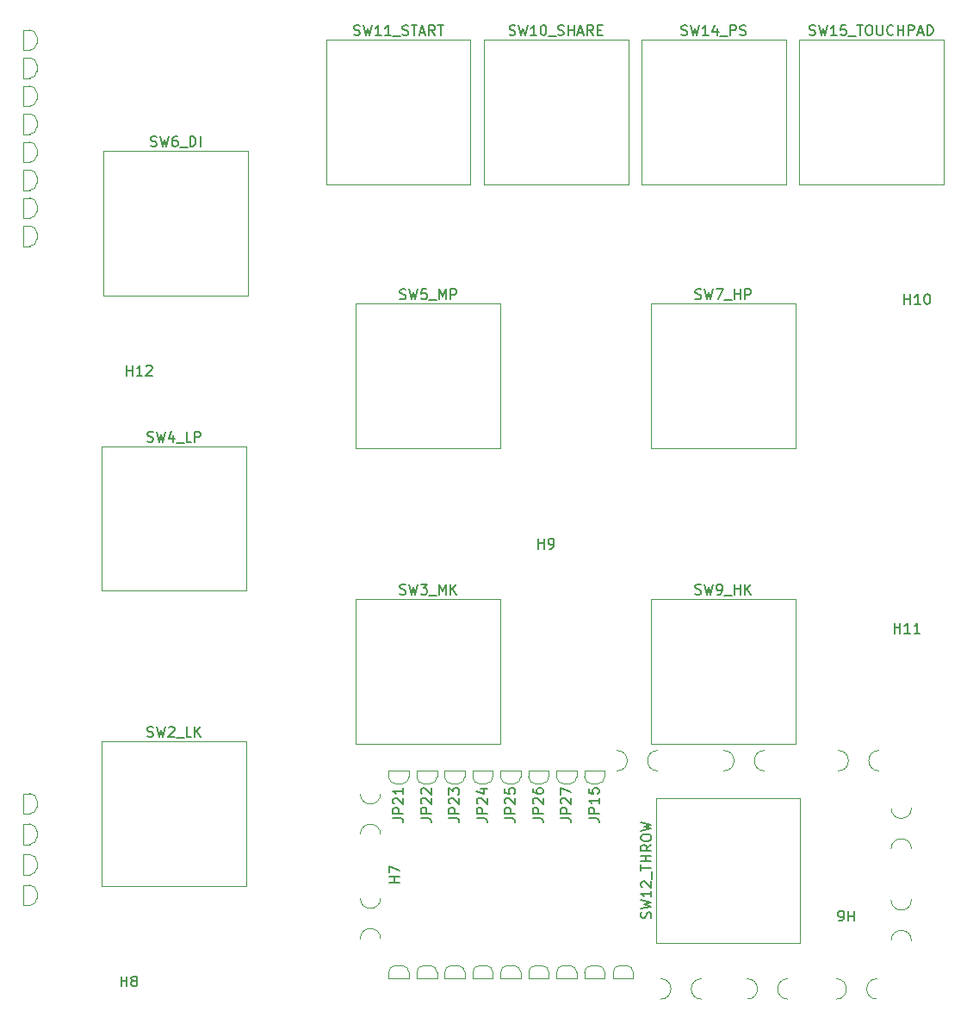
<source format=gbr>
%TF.GenerationSoftware,KiCad,Pcbnew,8.0.4*%
%TF.CreationDate,2024-07-29T01:23:14-07:00*%
%TF.ProjectId,panel_2,70616e65-6c5f-4322-9e6b-696361645f70,rev?*%
%TF.SameCoordinates,Original*%
%TF.FileFunction,Legend,Top*%
%TF.FilePolarity,Positive*%
%FSLAX46Y46*%
G04 Gerber Fmt 4.6, Leading zero omitted, Abs format (unit mm)*
G04 Created by KiCad (PCBNEW 8.0.4) date 2024-07-29 01:23:14*
%MOMM*%
%LPD*%
G01*
G04 APERTURE LIST*
G04 Aperture macros list*
%AMFreePoly0*
4,1,19,0.000000,0.744911,0.071157,0.744911,0.207708,0.704816,0.327430,0.627875,0.420627,0.520320,0.479746,0.390866,0.500000,0.250000,0.500000,-0.250000,0.479746,-0.390866,0.420627,-0.520320,0.327430,-0.627875,0.207708,-0.704816,0.071157,-0.744911,0.000000,-0.744911,0.000000,-0.750000,-0.500000,-0.750000,-0.500000,0.750000,0.000000,0.750000,0.000000,0.744911,0.000000,0.744911,
$1*%
%AMFreePoly1*
4,1,19,0.500000,-0.750000,0.000000,-0.750000,0.000000,-0.744911,-0.071157,-0.744911,-0.207708,-0.704816,-0.327430,-0.627875,-0.420627,-0.520320,-0.479746,-0.390866,-0.500000,-0.250000,-0.500000,0.250000,-0.479746,0.390866,-0.420627,0.520320,-0.327430,0.627875,-0.207708,0.704816,-0.071157,0.744911,0.000000,0.744911,0.000000,0.750000,0.500000,0.750000,0.500000,-0.750000,0.500000,-0.750000,
$1*%
G04 Aperture macros list end*
%ADD10C,0.150000*%
%ADD11C,0.100000*%
%ADD12C,0.120000*%
%ADD13C,0.500000*%
%ADD14C,3.200000*%
%ADD15C,1.750000*%
%ADD16C,3.050000*%
%ADD17C,4.000000*%
%ADD18FreePoly0,0.000000*%
%ADD19C,2.500000*%
%ADD20FreePoly0,90.000000*%
%ADD21FreePoly1,90.000000*%
G04 APERTURE END LIST*
D10*
X153288095Y-91754819D02*
X153288095Y-90754819D01*
X153288095Y-91231009D02*
X153859523Y-91231009D01*
X153859523Y-91754819D02*
X153859523Y-90754819D01*
X154383333Y-91754819D02*
X154573809Y-91754819D01*
X154573809Y-91754819D02*
X154669047Y-91707200D01*
X154669047Y-91707200D02*
X154716666Y-91659580D01*
X154716666Y-91659580D02*
X154811904Y-91516723D01*
X154811904Y-91516723D02*
X154859523Y-91326247D01*
X154859523Y-91326247D02*
X154859523Y-90945295D01*
X154859523Y-90945295D02*
X154811904Y-90850057D01*
X154811904Y-90850057D02*
X154764285Y-90802438D01*
X154764285Y-90802438D02*
X154669047Y-90754819D01*
X154669047Y-90754819D02*
X154478571Y-90754819D01*
X154478571Y-90754819D02*
X154383333Y-90802438D01*
X154383333Y-90802438D02*
X154335714Y-90850057D01*
X154335714Y-90850057D02*
X154288095Y-90945295D01*
X154288095Y-90945295D02*
X154288095Y-91183390D01*
X154288095Y-91183390D02*
X154335714Y-91278628D01*
X154335714Y-91278628D02*
X154383333Y-91326247D01*
X154383333Y-91326247D02*
X154478571Y-91373866D01*
X154478571Y-91373866D02*
X154669047Y-91373866D01*
X154669047Y-91373866D02*
X154764285Y-91326247D01*
X154764285Y-91326247D02*
X154811904Y-91278628D01*
X154811904Y-91278628D02*
X154859523Y-91183390D01*
X114864895Y-81207200D02*
X115007752Y-81254819D01*
X115007752Y-81254819D02*
X115245847Y-81254819D01*
X115245847Y-81254819D02*
X115341085Y-81207200D01*
X115341085Y-81207200D02*
X115388704Y-81159580D01*
X115388704Y-81159580D02*
X115436323Y-81064342D01*
X115436323Y-81064342D02*
X115436323Y-80969104D01*
X115436323Y-80969104D02*
X115388704Y-80873866D01*
X115388704Y-80873866D02*
X115341085Y-80826247D01*
X115341085Y-80826247D02*
X115245847Y-80778628D01*
X115245847Y-80778628D02*
X115055371Y-80731009D01*
X115055371Y-80731009D02*
X114960133Y-80683390D01*
X114960133Y-80683390D02*
X114912514Y-80635771D01*
X114912514Y-80635771D02*
X114864895Y-80540533D01*
X114864895Y-80540533D02*
X114864895Y-80445295D01*
X114864895Y-80445295D02*
X114912514Y-80350057D01*
X114912514Y-80350057D02*
X114960133Y-80302438D01*
X114960133Y-80302438D02*
X115055371Y-80254819D01*
X115055371Y-80254819D02*
X115293466Y-80254819D01*
X115293466Y-80254819D02*
X115436323Y-80302438D01*
X115769657Y-80254819D02*
X116007752Y-81254819D01*
X116007752Y-81254819D02*
X116198228Y-80540533D01*
X116198228Y-80540533D02*
X116388704Y-81254819D01*
X116388704Y-81254819D02*
X116626800Y-80254819D01*
X117436323Y-80588152D02*
X117436323Y-81254819D01*
X117198228Y-80207200D02*
X116960133Y-80921485D01*
X116960133Y-80921485D02*
X117579180Y-80921485D01*
X117722038Y-81350057D02*
X118483942Y-81350057D01*
X119198228Y-81254819D02*
X118722038Y-81254819D01*
X118722038Y-81254819D02*
X118722038Y-80254819D01*
X119531562Y-81254819D02*
X119531562Y-80254819D01*
X119531562Y-80254819D02*
X119912514Y-80254819D01*
X119912514Y-80254819D02*
X120007752Y-80302438D01*
X120007752Y-80302438D02*
X120055371Y-80350057D01*
X120055371Y-80350057D02*
X120102990Y-80445295D01*
X120102990Y-80445295D02*
X120102990Y-80588152D01*
X120102990Y-80588152D02*
X120055371Y-80683390D01*
X120055371Y-80683390D02*
X120007752Y-80731009D01*
X120007752Y-80731009D02*
X119912514Y-80778628D01*
X119912514Y-80778628D02*
X119531562Y-80778628D01*
X150478571Y-41287200D02*
X150621428Y-41334819D01*
X150621428Y-41334819D02*
X150859523Y-41334819D01*
X150859523Y-41334819D02*
X150954761Y-41287200D01*
X150954761Y-41287200D02*
X151002380Y-41239580D01*
X151002380Y-41239580D02*
X151049999Y-41144342D01*
X151049999Y-41144342D02*
X151049999Y-41049104D01*
X151049999Y-41049104D02*
X151002380Y-40953866D01*
X151002380Y-40953866D02*
X150954761Y-40906247D01*
X150954761Y-40906247D02*
X150859523Y-40858628D01*
X150859523Y-40858628D02*
X150669047Y-40811009D01*
X150669047Y-40811009D02*
X150573809Y-40763390D01*
X150573809Y-40763390D02*
X150526190Y-40715771D01*
X150526190Y-40715771D02*
X150478571Y-40620533D01*
X150478571Y-40620533D02*
X150478571Y-40525295D01*
X150478571Y-40525295D02*
X150526190Y-40430057D01*
X150526190Y-40430057D02*
X150573809Y-40382438D01*
X150573809Y-40382438D02*
X150669047Y-40334819D01*
X150669047Y-40334819D02*
X150907142Y-40334819D01*
X150907142Y-40334819D02*
X151049999Y-40382438D01*
X151383333Y-40334819D02*
X151621428Y-41334819D01*
X151621428Y-41334819D02*
X151811904Y-40620533D01*
X151811904Y-40620533D02*
X152002380Y-41334819D01*
X152002380Y-41334819D02*
X152240476Y-40334819D01*
X153145237Y-41334819D02*
X152573809Y-41334819D01*
X152859523Y-41334819D02*
X152859523Y-40334819D01*
X152859523Y-40334819D02*
X152764285Y-40477676D01*
X152764285Y-40477676D02*
X152669047Y-40572914D01*
X152669047Y-40572914D02*
X152573809Y-40620533D01*
X153764285Y-40334819D02*
X153859523Y-40334819D01*
X153859523Y-40334819D02*
X153954761Y-40382438D01*
X153954761Y-40382438D02*
X154002380Y-40430057D01*
X154002380Y-40430057D02*
X154049999Y-40525295D01*
X154049999Y-40525295D02*
X154097618Y-40715771D01*
X154097618Y-40715771D02*
X154097618Y-40953866D01*
X154097618Y-40953866D02*
X154049999Y-41144342D01*
X154049999Y-41144342D02*
X154002380Y-41239580D01*
X154002380Y-41239580D02*
X153954761Y-41287200D01*
X153954761Y-41287200D02*
X153859523Y-41334819D01*
X153859523Y-41334819D02*
X153764285Y-41334819D01*
X153764285Y-41334819D02*
X153669047Y-41287200D01*
X153669047Y-41287200D02*
X153621428Y-41239580D01*
X153621428Y-41239580D02*
X153573809Y-41144342D01*
X153573809Y-41144342D02*
X153526190Y-40953866D01*
X153526190Y-40953866D02*
X153526190Y-40715771D01*
X153526190Y-40715771D02*
X153573809Y-40525295D01*
X153573809Y-40525295D02*
X153621428Y-40430057D01*
X153621428Y-40430057D02*
X153669047Y-40382438D01*
X153669047Y-40382438D02*
X153764285Y-40334819D01*
X154288095Y-41430057D02*
X155049999Y-41430057D01*
X155240476Y-41287200D02*
X155383333Y-41334819D01*
X155383333Y-41334819D02*
X155621428Y-41334819D01*
X155621428Y-41334819D02*
X155716666Y-41287200D01*
X155716666Y-41287200D02*
X155764285Y-41239580D01*
X155764285Y-41239580D02*
X155811904Y-41144342D01*
X155811904Y-41144342D02*
X155811904Y-41049104D01*
X155811904Y-41049104D02*
X155764285Y-40953866D01*
X155764285Y-40953866D02*
X155716666Y-40906247D01*
X155716666Y-40906247D02*
X155621428Y-40858628D01*
X155621428Y-40858628D02*
X155430952Y-40811009D01*
X155430952Y-40811009D02*
X155335714Y-40763390D01*
X155335714Y-40763390D02*
X155288095Y-40715771D01*
X155288095Y-40715771D02*
X155240476Y-40620533D01*
X155240476Y-40620533D02*
X155240476Y-40525295D01*
X155240476Y-40525295D02*
X155288095Y-40430057D01*
X155288095Y-40430057D02*
X155335714Y-40382438D01*
X155335714Y-40382438D02*
X155430952Y-40334819D01*
X155430952Y-40334819D02*
X155669047Y-40334819D01*
X155669047Y-40334819D02*
X155811904Y-40382438D01*
X156240476Y-41334819D02*
X156240476Y-40334819D01*
X156240476Y-40811009D02*
X156811904Y-40811009D01*
X156811904Y-41334819D02*
X156811904Y-40334819D01*
X157240476Y-41049104D02*
X157716666Y-41049104D01*
X157145238Y-41334819D02*
X157478571Y-40334819D01*
X157478571Y-40334819D02*
X157811904Y-41334819D01*
X158716666Y-41334819D02*
X158383333Y-40858628D01*
X158145238Y-41334819D02*
X158145238Y-40334819D01*
X158145238Y-40334819D02*
X158526190Y-40334819D01*
X158526190Y-40334819D02*
X158621428Y-40382438D01*
X158621428Y-40382438D02*
X158669047Y-40430057D01*
X158669047Y-40430057D02*
X158716666Y-40525295D01*
X158716666Y-40525295D02*
X158716666Y-40668152D01*
X158716666Y-40668152D02*
X158669047Y-40763390D01*
X158669047Y-40763390D02*
X158621428Y-40811009D01*
X158621428Y-40811009D02*
X158526190Y-40858628D01*
X158526190Y-40858628D02*
X158145238Y-40858628D01*
X159145238Y-40811009D02*
X159478571Y-40811009D01*
X159621428Y-41334819D02*
X159145238Y-41334819D01*
X159145238Y-41334819D02*
X159145238Y-40334819D01*
X159145238Y-40334819D02*
X159621428Y-40334819D01*
X167383333Y-41287200D02*
X167526190Y-41334819D01*
X167526190Y-41334819D02*
X167764285Y-41334819D01*
X167764285Y-41334819D02*
X167859523Y-41287200D01*
X167859523Y-41287200D02*
X167907142Y-41239580D01*
X167907142Y-41239580D02*
X167954761Y-41144342D01*
X167954761Y-41144342D02*
X167954761Y-41049104D01*
X167954761Y-41049104D02*
X167907142Y-40953866D01*
X167907142Y-40953866D02*
X167859523Y-40906247D01*
X167859523Y-40906247D02*
X167764285Y-40858628D01*
X167764285Y-40858628D02*
X167573809Y-40811009D01*
X167573809Y-40811009D02*
X167478571Y-40763390D01*
X167478571Y-40763390D02*
X167430952Y-40715771D01*
X167430952Y-40715771D02*
X167383333Y-40620533D01*
X167383333Y-40620533D02*
X167383333Y-40525295D01*
X167383333Y-40525295D02*
X167430952Y-40430057D01*
X167430952Y-40430057D02*
X167478571Y-40382438D01*
X167478571Y-40382438D02*
X167573809Y-40334819D01*
X167573809Y-40334819D02*
X167811904Y-40334819D01*
X167811904Y-40334819D02*
X167954761Y-40382438D01*
X168288095Y-40334819D02*
X168526190Y-41334819D01*
X168526190Y-41334819D02*
X168716666Y-40620533D01*
X168716666Y-40620533D02*
X168907142Y-41334819D01*
X168907142Y-41334819D02*
X169145238Y-40334819D01*
X170049999Y-41334819D02*
X169478571Y-41334819D01*
X169764285Y-41334819D02*
X169764285Y-40334819D01*
X169764285Y-40334819D02*
X169669047Y-40477676D01*
X169669047Y-40477676D02*
X169573809Y-40572914D01*
X169573809Y-40572914D02*
X169478571Y-40620533D01*
X170907142Y-40668152D02*
X170907142Y-41334819D01*
X170669047Y-40287200D02*
X170430952Y-41001485D01*
X170430952Y-41001485D02*
X171049999Y-41001485D01*
X171192857Y-41430057D02*
X171954761Y-41430057D01*
X172192857Y-41334819D02*
X172192857Y-40334819D01*
X172192857Y-40334819D02*
X172573809Y-40334819D01*
X172573809Y-40334819D02*
X172669047Y-40382438D01*
X172669047Y-40382438D02*
X172716666Y-40430057D01*
X172716666Y-40430057D02*
X172764285Y-40525295D01*
X172764285Y-40525295D02*
X172764285Y-40668152D01*
X172764285Y-40668152D02*
X172716666Y-40763390D01*
X172716666Y-40763390D02*
X172669047Y-40811009D01*
X172669047Y-40811009D02*
X172573809Y-40858628D01*
X172573809Y-40858628D02*
X172192857Y-40858628D01*
X173145238Y-41287200D02*
X173288095Y-41334819D01*
X173288095Y-41334819D02*
X173526190Y-41334819D01*
X173526190Y-41334819D02*
X173621428Y-41287200D01*
X173621428Y-41287200D02*
X173669047Y-41239580D01*
X173669047Y-41239580D02*
X173716666Y-41144342D01*
X173716666Y-41144342D02*
X173716666Y-41049104D01*
X173716666Y-41049104D02*
X173669047Y-40953866D01*
X173669047Y-40953866D02*
X173621428Y-40906247D01*
X173621428Y-40906247D02*
X173526190Y-40858628D01*
X173526190Y-40858628D02*
X173335714Y-40811009D01*
X173335714Y-40811009D02*
X173240476Y-40763390D01*
X173240476Y-40763390D02*
X173192857Y-40715771D01*
X173192857Y-40715771D02*
X173145238Y-40620533D01*
X173145238Y-40620533D02*
X173145238Y-40525295D01*
X173145238Y-40525295D02*
X173192857Y-40430057D01*
X173192857Y-40430057D02*
X173240476Y-40382438D01*
X173240476Y-40382438D02*
X173335714Y-40334819D01*
X173335714Y-40334819D02*
X173573809Y-40334819D01*
X173573809Y-40334819D02*
X173716666Y-40382438D01*
X179978571Y-41287200D02*
X180121428Y-41334819D01*
X180121428Y-41334819D02*
X180359523Y-41334819D01*
X180359523Y-41334819D02*
X180454761Y-41287200D01*
X180454761Y-41287200D02*
X180502380Y-41239580D01*
X180502380Y-41239580D02*
X180549999Y-41144342D01*
X180549999Y-41144342D02*
X180549999Y-41049104D01*
X180549999Y-41049104D02*
X180502380Y-40953866D01*
X180502380Y-40953866D02*
X180454761Y-40906247D01*
X180454761Y-40906247D02*
X180359523Y-40858628D01*
X180359523Y-40858628D02*
X180169047Y-40811009D01*
X180169047Y-40811009D02*
X180073809Y-40763390D01*
X180073809Y-40763390D02*
X180026190Y-40715771D01*
X180026190Y-40715771D02*
X179978571Y-40620533D01*
X179978571Y-40620533D02*
X179978571Y-40525295D01*
X179978571Y-40525295D02*
X180026190Y-40430057D01*
X180026190Y-40430057D02*
X180073809Y-40382438D01*
X180073809Y-40382438D02*
X180169047Y-40334819D01*
X180169047Y-40334819D02*
X180407142Y-40334819D01*
X180407142Y-40334819D02*
X180549999Y-40382438D01*
X180883333Y-40334819D02*
X181121428Y-41334819D01*
X181121428Y-41334819D02*
X181311904Y-40620533D01*
X181311904Y-40620533D02*
X181502380Y-41334819D01*
X181502380Y-41334819D02*
X181740476Y-40334819D01*
X182645237Y-41334819D02*
X182073809Y-41334819D01*
X182359523Y-41334819D02*
X182359523Y-40334819D01*
X182359523Y-40334819D02*
X182264285Y-40477676D01*
X182264285Y-40477676D02*
X182169047Y-40572914D01*
X182169047Y-40572914D02*
X182073809Y-40620533D01*
X183549999Y-40334819D02*
X183073809Y-40334819D01*
X183073809Y-40334819D02*
X183026190Y-40811009D01*
X183026190Y-40811009D02*
X183073809Y-40763390D01*
X183073809Y-40763390D02*
X183169047Y-40715771D01*
X183169047Y-40715771D02*
X183407142Y-40715771D01*
X183407142Y-40715771D02*
X183502380Y-40763390D01*
X183502380Y-40763390D02*
X183549999Y-40811009D01*
X183549999Y-40811009D02*
X183597618Y-40906247D01*
X183597618Y-40906247D02*
X183597618Y-41144342D01*
X183597618Y-41144342D02*
X183549999Y-41239580D01*
X183549999Y-41239580D02*
X183502380Y-41287200D01*
X183502380Y-41287200D02*
X183407142Y-41334819D01*
X183407142Y-41334819D02*
X183169047Y-41334819D01*
X183169047Y-41334819D02*
X183073809Y-41287200D01*
X183073809Y-41287200D02*
X183026190Y-41239580D01*
X183788095Y-41430057D02*
X184549999Y-41430057D01*
X184645238Y-40334819D02*
X185216666Y-40334819D01*
X184930952Y-41334819D02*
X184930952Y-40334819D01*
X185740476Y-40334819D02*
X185930952Y-40334819D01*
X185930952Y-40334819D02*
X186026190Y-40382438D01*
X186026190Y-40382438D02*
X186121428Y-40477676D01*
X186121428Y-40477676D02*
X186169047Y-40668152D01*
X186169047Y-40668152D02*
X186169047Y-41001485D01*
X186169047Y-41001485D02*
X186121428Y-41191961D01*
X186121428Y-41191961D02*
X186026190Y-41287200D01*
X186026190Y-41287200D02*
X185930952Y-41334819D01*
X185930952Y-41334819D02*
X185740476Y-41334819D01*
X185740476Y-41334819D02*
X185645238Y-41287200D01*
X185645238Y-41287200D02*
X185550000Y-41191961D01*
X185550000Y-41191961D02*
X185502381Y-41001485D01*
X185502381Y-41001485D02*
X185502381Y-40668152D01*
X185502381Y-40668152D02*
X185550000Y-40477676D01*
X185550000Y-40477676D02*
X185645238Y-40382438D01*
X185645238Y-40382438D02*
X185740476Y-40334819D01*
X186597619Y-40334819D02*
X186597619Y-41144342D01*
X186597619Y-41144342D02*
X186645238Y-41239580D01*
X186645238Y-41239580D02*
X186692857Y-41287200D01*
X186692857Y-41287200D02*
X186788095Y-41334819D01*
X186788095Y-41334819D02*
X186978571Y-41334819D01*
X186978571Y-41334819D02*
X187073809Y-41287200D01*
X187073809Y-41287200D02*
X187121428Y-41239580D01*
X187121428Y-41239580D02*
X187169047Y-41144342D01*
X187169047Y-41144342D02*
X187169047Y-40334819D01*
X188216666Y-41239580D02*
X188169047Y-41287200D01*
X188169047Y-41287200D02*
X188026190Y-41334819D01*
X188026190Y-41334819D02*
X187930952Y-41334819D01*
X187930952Y-41334819D02*
X187788095Y-41287200D01*
X187788095Y-41287200D02*
X187692857Y-41191961D01*
X187692857Y-41191961D02*
X187645238Y-41096723D01*
X187645238Y-41096723D02*
X187597619Y-40906247D01*
X187597619Y-40906247D02*
X187597619Y-40763390D01*
X187597619Y-40763390D02*
X187645238Y-40572914D01*
X187645238Y-40572914D02*
X187692857Y-40477676D01*
X187692857Y-40477676D02*
X187788095Y-40382438D01*
X187788095Y-40382438D02*
X187930952Y-40334819D01*
X187930952Y-40334819D02*
X188026190Y-40334819D01*
X188026190Y-40334819D02*
X188169047Y-40382438D01*
X188169047Y-40382438D02*
X188216666Y-40430057D01*
X188645238Y-41334819D02*
X188645238Y-40334819D01*
X188645238Y-40811009D02*
X189216666Y-40811009D01*
X189216666Y-41334819D02*
X189216666Y-40334819D01*
X189692857Y-41334819D02*
X189692857Y-40334819D01*
X189692857Y-40334819D02*
X190073809Y-40334819D01*
X190073809Y-40334819D02*
X190169047Y-40382438D01*
X190169047Y-40382438D02*
X190216666Y-40430057D01*
X190216666Y-40430057D02*
X190264285Y-40525295D01*
X190264285Y-40525295D02*
X190264285Y-40668152D01*
X190264285Y-40668152D02*
X190216666Y-40763390D01*
X190216666Y-40763390D02*
X190169047Y-40811009D01*
X190169047Y-40811009D02*
X190073809Y-40858628D01*
X190073809Y-40858628D02*
X189692857Y-40858628D01*
X190645238Y-41049104D02*
X191121428Y-41049104D01*
X190550000Y-41334819D02*
X190883333Y-40334819D01*
X190883333Y-40334819D02*
X191216666Y-41334819D01*
X191550000Y-41334819D02*
X191550000Y-40334819D01*
X191550000Y-40334819D02*
X191788095Y-40334819D01*
X191788095Y-40334819D02*
X191930952Y-40382438D01*
X191930952Y-40382438D02*
X192026190Y-40477676D01*
X192026190Y-40477676D02*
X192073809Y-40572914D01*
X192073809Y-40572914D02*
X192121428Y-40763390D01*
X192121428Y-40763390D02*
X192121428Y-40906247D01*
X192121428Y-40906247D02*
X192073809Y-41096723D01*
X192073809Y-41096723D02*
X192026190Y-41191961D01*
X192026190Y-41191961D02*
X191930952Y-41287200D01*
X191930952Y-41287200D02*
X191788095Y-41334819D01*
X191788095Y-41334819D02*
X191550000Y-41334819D01*
X115211876Y-52207761D02*
X115354733Y-52255380D01*
X115354733Y-52255380D02*
X115592828Y-52255380D01*
X115592828Y-52255380D02*
X115688066Y-52207761D01*
X115688066Y-52207761D02*
X115735685Y-52160141D01*
X115735685Y-52160141D02*
X115783304Y-52064903D01*
X115783304Y-52064903D02*
X115783304Y-51969665D01*
X115783304Y-51969665D02*
X115735685Y-51874427D01*
X115735685Y-51874427D02*
X115688066Y-51826808D01*
X115688066Y-51826808D02*
X115592828Y-51779189D01*
X115592828Y-51779189D02*
X115402352Y-51731570D01*
X115402352Y-51731570D02*
X115307114Y-51683951D01*
X115307114Y-51683951D02*
X115259495Y-51636332D01*
X115259495Y-51636332D02*
X115211876Y-51541094D01*
X115211876Y-51541094D02*
X115211876Y-51445856D01*
X115211876Y-51445856D02*
X115259495Y-51350618D01*
X115259495Y-51350618D02*
X115307114Y-51302999D01*
X115307114Y-51302999D02*
X115402352Y-51255380D01*
X115402352Y-51255380D02*
X115640447Y-51255380D01*
X115640447Y-51255380D02*
X115783304Y-51302999D01*
X116116638Y-51255380D02*
X116354733Y-52255380D01*
X116354733Y-52255380D02*
X116545209Y-51541094D01*
X116545209Y-51541094D02*
X116735685Y-52255380D01*
X116735685Y-52255380D02*
X116973781Y-51255380D01*
X117783304Y-51255380D02*
X117592828Y-51255380D01*
X117592828Y-51255380D02*
X117497590Y-51302999D01*
X117497590Y-51302999D02*
X117449971Y-51350618D01*
X117449971Y-51350618D02*
X117354733Y-51493475D01*
X117354733Y-51493475D02*
X117307114Y-51683951D01*
X117307114Y-51683951D02*
X117307114Y-52064903D01*
X117307114Y-52064903D02*
X117354733Y-52160141D01*
X117354733Y-52160141D02*
X117402352Y-52207761D01*
X117402352Y-52207761D02*
X117497590Y-52255380D01*
X117497590Y-52255380D02*
X117688066Y-52255380D01*
X117688066Y-52255380D02*
X117783304Y-52207761D01*
X117783304Y-52207761D02*
X117830923Y-52160141D01*
X117830923Y-52160141D02*
X117878542Y-52064903D01*
X117878542Y-52064903D02*
X117878542Y-51826808D01*
X117878542Y-51826808D02*
X117830923Y-51731570D01*
X117830923Y-51731570D02*
X117783304Y-51683951D01*
X117783304Y-51683951D02*
X117688066Y-51636332D01*
X117688066Y-51636332D02*
X117497590Y-51636332D01*
X117497590Y-51636332D02*
X117402352Y-51683951D01*
X117402352Y-51683951D02*
X117354733Y-51731570D01*
X117354733Y-51731570D02*
X117307114Y-51826808D01*
X118069019Y-52350618D02*
X118830923Y-52350618D01*
X119069019Y-52255380D02*
X119069019Y-51255380D01*
X119069019Y-51255380D02*
X119307114Y-51255380D01*
X119307114Y-51255380D02*
X119449971Y-51302999D01*
X119449971Y-51302999D02*
X119545209Y-51398237D01*
X119545209Y-51398237D02*
X119592828Y-51493475D01*
X119592828Y-51493475D02*
X119640447Y-51683951D01*
X119640447Y-51683951D02*
X119640447Y-51826808D01*
X119640447Y-51826808D02*
X119592828Y-52017284D01*
X119592828Y-52017284D02*
X119545209Y-52112522D01*
X119545209Y-52112522D02*
X119449971Y-52207761D01*
X119449971Y-52207761D02*
X119307114Y-52255380D01*
X119307114Y-52255380D02*
X119069019Y-52255380D01*
X120069019Y-52255380D02*
X120069019Y-51255380D01*
X112811905Y-74754819D02*
X112811905Y-73754819D01*
X112811905Y-74231009D02*
X113383333Y-74231009D01*
X113383333Y-74754819D02*
X113383333Y-73754819D01*
X114383333Y-74754819D02*
X113811905Y-74754819D01*
X114097619Y-74754819D02*
X114097619Y-73754819D01*
X114097619Y-73754819D02*
X114002381Y-73897676D01*
X114002381Y-73897676D02*
X113907143Y-73992914D01*
X113907143Y-73992914D02*
X113811905Y-74040533D01*
X114764286Y-73850057D02*
X114811905Y-73802438D01*
X114811905Y-73802438D02*
X114907143Y-73754819D01*
X114907143Y-73754819D02*
X115145238Y-73754819D01*
X115145238Y-73754819D02*
X115240476Y-73802438D01*
X115240476Y-73802438D02*
X115288095Y-73850057D01*
X115288095Y-73850057D02*
X115335714Y-73945295D01*
X115335714Y-73945295D02*
X115335714Y-74040533D01*
X115335714Y-74040533D02*
X115288095Y-74183390D01*
X115288095Y-74183390D02*
X114716667Y-74754819D01*
X114716667Y-74754819D02*
X115335714Y-74754819D01*
X135192857Y-41287200D02*
X135335714Y-41334819D01*
X135335714Y-41334819D02*
X135573809Y-41334819D01*
X135573809Y-41334819D02*
X135669047Y-41287200D01*
X135669047Y-41287200D02*
X135716666Y-41239580D01*
X135716666Y-41239580D02*
X135764285Y-41144342D01*
X135764285Y-41144342D02*
X135764285Y-41049104D01*
X135764285Y-41049104D02*
X135716666Y-40953866D01*
X135716666Y-40953866D02*
X135669047Y-40906247D01*
X135669047Y-40906247D02*
X135573809Y-40858628D01*
X135573809Y-40858628D02*
X135383333Y-40811009D01*
X135383333Y-40811009D02*
X135288095Y-40763390D01*
X135288095Y-40763390D02*
X135240476Y-40715771D01*
X135240476Y-40715771D02*
X135192857Y-40620533D01*
X135192857Y-40620533D02*
X135192857Y-40525295D01*
X135192857Y-40525295D02*
X135240476Y-40430057D01*
X135240476Y-40430057D02*
X135288095Y-40382438D01*
X135288095Y-40382438D02*
X135383333Y-40334819D01*
X135383333Y-40334819D02*
X135621428Y-40334819D01*
X135621428Y-40334819D02*
X135764285Y-40382438D01*
X136097619Y-40334819D02*
X136335714Y-41334819D01*
X136335714Y-41334819D02*
X136526190Y-40620533D01*
X136526190Y-40620533D02*
X136716666Y-41334819D01*
X136716666Y-41334819D02*
X136954762Y-40334819D01*
X137859523Y-41334819D02*
X137288095Y-41334819D01*
X137573809Y-41334819D02*
X137573809Y-40334819D01*
X137573809Y-40334819D02*
X137478571Y-40477676D01*
X137478571Y-40477676D02*
X137383333Y-40572914D01*
X137383333Y-40572914D02*
X137288095Y-40620533D01*
X138811904Y-41334819D02*
X138240476Y-41334819D01*
X138526190Y-41334819D02*
X138526190Y-40334819D01*
X138526190Y-40334819D02*
X138430952Y-40477676D01*
X138430952Y-40477676D02*
X138335714Y-40572914D01*
X138335714Y-40572914D02*
X138240476Y-40620533D01*
X139002381Y-41430057D02*
X139764285Y-41430057D01*
X139954762Y-41287200D02*
X140097619Y-41334819D01*
X140097619Y-41334819D02*
X140335714Y-41334819D01*
X140335714Y-41334819D02*
X140430952Y-41287200D01*
X140430952Y-41287200D02*
X140478571Y-41239580D01*
X140478571Y-41239580D02*
X140526190Y-41144342D01*
X140526190Y-41144342D02*
X140526190Y-41049104D01*
X140526190Y-41049104D02*
X140478571Y-40953866D01*
X140478571Y-40953866D02*
X140430952Y-40906247D01*
X140430952Y-40906247D02*
X140335714Y-40858628D01*
X140335714Y-40858628D02*
X140145238Y-40811009D01*
X140145238Y-40811009D02*
X140050000Y-40763390D01*
X140050000Y-40763390D02*
X140002381Y-40715771D01*
X140002381Y-40715771D02*
X139954762Y-40620533D01*
X139954762Y-40620533D02*
X139954762Y-40525295D01*
X139954762Y-40525295D02*
X140002381Y-40430057D01*
X140002381Y-40430057D02*
X140050000Y-40382438D01*
X140050000Y-40382438D02*
X140145238Y-40334819D01*
X140145238Y-40334819D02*
X140383333Y-40334819D01*
X140383333Y-40334819D02*
X140526190Y-40382438D01*
X140811905Y-40334819D02*
X141383333Y-40334819D01*
X141097619Y-41334819D02*
X141097619Y-40334819D01*
X141669048Y-41049104D02*
X142145238Y-41049104D01*
X141573810Y-41334819D02*
X141907143Y-40334819D01*
X141907143Y-40334819D02*
X142240476Y-41334819D01*
X143145238Y-41334819D02*
X142811905Y-40858628D01*
X142573810Y-41334819D02*
X142573810Y-40334819D01*
X142573810Y-40334819D02*
X142954762Y-40334819D01*
X142954762Y-40334819D02*
X143050000Y-40382438D01*
X143050000Y-40382438D02*
X143097619Y-40430057D01*
X143097619Y-40430057D02*
X143145238Y-40525295D01*
X143145238Y-40525295D02*
X143145238Y-40668152D01*
X143145238Y-40668152D02*
X143097619Y-40763390D01*
X143097619Y-40763390D02*
X143050000Y-40811009D01*
X143050000Y-40811009D02*
X142954762Y-40858628D01*
X142954762Y-40858628D02*
X142573810Y-40858628D01*
X143430953Y-40334819D02*
X144002381Y-40334819D01*
X143716667Y-41334819D02*
X143716667Y-40334819D01*
X168745848Y-96207200D02*
X168888705Y-96254819D01*
X168888705Y-96254819D02*
X169126800Y-96254819D01*
X169126800Y-96254819D02*
X169222038Y-96207200D01*
X169222038Y-96207200D02*
X169269657Y-96159580D01*
X169269657Y-96159580D02*
X169317276Y-96064342D01*
X169317276Y-96064342D02*
X169317276Y-95969104D01*
X169317276Y-95969104D02*
X169269657Y-95873866D01*
X169269657Y-95873866D02*
X169222038Y-95826247D01*
X169222038Y-95826247D02*
X169126800Y-95778628D01*
X169126800Y-95778628D02*
X168936324Y-95731009D01*
X168936324Y-95731009D02*
X168841086Y-95683390D01*
X168841086Y-95683390D02*
X168793467Y-95635771D01*
X168793467Y-95635771D02*
X168745848Y-95540533D01*
X168745848Y-95540533D02*
X168745848Y-95445295D01*
X168745848Y-95445295D02*
X168793467Y-95350057D01*
X168793467Y-95350057D02*
X168841086Y-95302438D01*
X168841086Y-95302438D02*
X168936324Y-95254819D01*
X168936324Y-95254819D02*
X169174419Y-95254819D01*
X169174419Y-95254819D02*
X169317276Y-95302438D01*
X169650610Y-95254819D02*
X169888705Y-96254819D01*
X169888705Y-96254819D02*
X170079181Y-95540533D01*
X170079181Y-95540533D02*
X170269657Y-96254819D01*
X170269657Y-96254819D02*
X170507753Y-95254819D01*
X170936324Y-96254819D02*
X171126800Y-96254819D01*
X171126800Y-96254819D02*
X171222038Y-96207200D01*
X171222038Y-96207200D02*
X171269657Y-96159580D01*
X171269657Y-96159580D02*
X171364895Y-96016723D01*
X171364895Y-96016723D02*
X171412514Y-95826247D01*
X171412514Y-95826247D02*
X171412514Y-95445295D01*
X171412514Y-95445295D02*
X171364895Y-95350057D01*
X171364895Y-95350057D02*
X171317276Y-95302438D01*
X171317276Y-95302438D02*
X171222038Y-95254819D01*
X171222038Y-95254819D02*
X171031562Y-95254819D01*
X171031562Y-95254819D02*
X170936324Y-95302438D01*
X170936324Y-95302438D02*
X170888705Y-95350057D01*
X170888705Y-95350057D02*
X170841086Y-95445295D01*
X170841086Y-95445295D02*
X170841086Y-95683390D01*
X170841086Y-95683390D02*
X170888705Y-95778628D01*
X170888705Y-95778628D02*
X170936324Y-95826247D01*
X170936324Y-95826247D02*
X171031562Y-95873866D01*
X171031562Y-95873866D02*
X171222038Y-95873866D01*
X171222038Y-95873866D02*
X171317276Y-95826247D01*
X171317276Y-95826247D02*
X171364895Y-95778628D01*
X171364895Y-95778628D02*
X171412514Y-95683390D01*
X171602991Y-96350057D02*
X172364895Y-96350057D01*
X172602991Y-96254819D02*
X172602991Y-95254819D01*
X172602991Y-95731009D02*
X173174419Y-95731009D01*
X173174419Y-96254819D02*
X173174419Y-95254819D01*
X173650610Y-96254819D02*
X173650610Y-95254819D01*
X174222038Y-96254819D02*
X173793467Y-95683390D01*
X174222038Y-95254819D02*
X173650610Y-95826247D01*
X139698229Y-67207200D02*
X139841086Y-67254819D01*
X139841086Y-67254819D02*
X140079181Y-67254819D01*
X140079181Y-67254819D02*
X140174419Y-67207200D01*
X140174419Y-67207200D02*
X140222038Y-67159580D01*
X140222038Y-67159580D02*
X140269657Y-67064342D01*
X140269657Y-67064342D02*
X140269657Y-66969104D01*
X140269657Y-66969104D02*
X140222038Y-66873866D01*
X140222038Y-66873866D02*
X140174419Y-66826247D01*
X140174419Y-66826247D02*
X140079181Y-66778628D01*
X140079181Y-66778628D02*
X139888705Y-66731009D01*
X139888705Y-66731009D02*
X139793467Y-66683390D01*
X139793467Y-66683390D02*
X139745848Y-66635771D01*
X139745848Y-66635771D02*
X139698229Y-66540533D01*
X139698229Y-66540533D02*
X139698229Y-66445295D01*
X139698229Y-66445295D02*
X139745848Y-66350057D01*
X139745848Y-66350057D02*
X139793467Y-66302438D01*
X139793467Y-66302438D02*
X139888705Y-66254819D01*
X139888705Y-66254819D02*
X140126800Y-66254819D01*
X140126800Y-66254819D02*
X140269657Y-66302438D01*
X140602991Y-66254819D02*
X140841086Y-67254819D01*
X140841086Y-67254819D02*
X141031562Y-66540533D01*
X141031562Y-66540533D02*
X141222038Y-67254819D01*
X141222038Y-67254819D02*
X141460134Y-66254819D01*
X142317276Y-66254819D02*
X141841086Y-66254819D01*
X141841086Y-66254819D02*
X141793467Y-66731009D01*
X141793467Y-66731009D02*
X141841086Y-66683390D01*
X141841086Y-66683390D02*
X141936324Y-66635771D01*
X141936324Y-66635771D02*
X142174419Y-66635771D01*
X142174419Y-66635771D02*
X142269657Y-66683390D01*
X142269657Y-66683390D02*
X142317276Y-66731009D01*
X142317276Y-66731009D02*
X142364895Y-66826247D01*
X142364895Y-66826247D02*
X142364895Y-67064342D01*
X142364895Y-67064342D02*
X142317276Y-67159580D01*
X142317276Y-67159580D02*
X142269657Y-67207200D01*
X142269657Y-67207200D02*
X142174419Y-67254819D01*
X142174419Y-67254819D02*
X141936324Y-67254819D01*
X141936324Y-67254819D02*
X141841086Y-67207200D01*
X141841086Y-67207200D02*
X141793467Y-67159580D01*
X142555372Y-67350057D02*
X143317276Y-67350057D01*
X143555372Y-67254819D02*
X143555372Y-66254819D01*
X143555372Y-66254819D02*
X143888705Y-66969104D01*
X143888705Y-66969104D02*
X144222038Y-66254819D01*
X144222038Y-66254819D02*
X144222038Y-67254819D01*
X144698229Y-67254819D02*
X144698229Y-66254819D01*
X144698229Y-66254819D02*
X145079181Y-66254819D01*
X145079181Y-66254819D02*
X145174419Y-66302438D01*
X145174419Y-66302438D02*
X145222038Y-66350057D01*
X145222038Y-66350057D02*
X145269657Y-66445295D01*
X145269657Y-66445295D02*
X145269657Y-66588152D01*
X145269657Y-66588152D02*
X145222038Y-66683390D01*
X145222038Y-66683390D02*
X145174419Y-66731009D01*
X145174419Y-66731009D02*
X145079181Y-66778628D01*
X145079181Y-66778628D02*
X144698229Y-66778628D01*
X112288095Y-134754819D02*
X112288095Y-133754819D01*
X112288095Y-134231009D02*
X112859523Y-134231009D01*
X112859523Y-134754819D02*
X112859523Y-133754819D01*
X113478571Y-134183390D02*
X113383333Y-134135771D01*
X113383333Y-134135771D02*
X113335714Y-134088152D01*
X113335714Y-134088152D02*
X113288095Y-133992914D01*
X113288095Y-133992914D02*
X113288095Y-133945295D01*
X113288095Y-133945295D02*
X113335714Y-133850057D01*
X113335714Y-133850057D02*
X113383333Y-133802438D01*
X113383333Y-133802438D02*
X113478571Y-133754819D01*
X113478571Y-133754819D02*
X113669047Y-133754819D01*
X113669047Y-133754819D02*
X113764285Y-133802438D01*
X113764285Y-133802438D02*
X113811904Y-133850057D01*
X113811904Y-133850057D02*
X113859523Y-133945295D01*
X113859523Y-133945295D02*
X113859523Y-133992914D01*
X113859523Y-133992914D02*
X113811904Y-134088152D01*
X113811904Y-134088152D02*
X113764285Y-134135771D01*
X113764285Y-134135771D02*
X113669047Y-134183390D01*
X113669047Y-134183390D02*
X113478571Y-134183390D01*
X113478571Y-134183390D02*
X113383333Y-134231009D01*
X113383333Y-134231009D02*
X113335714Y-134278628D01*
X113335714Y-134278628D02*
X113288095Y-134373866D01*
X113288095Y-134373866D02*
X113288095Y-134564342D01*
X113288095Y-134564342D02*
X113335714Y-134659580D01*
X113335714Y-134659580D02*
X113383333Y-134707200D01*
X113383333Y-134707200D02*
X113478571Y-134754819D01*
X113478571Y-134754819D02*
X113669047Y-134754819D01*
X113669047Y-134754819D02*
X113764285Y-134707200D01*
X113764285Y-134707200D02*
X113811904Y-134659580D01*
X113811904Y-134659580D02*
X113859523Y-134564342D01*
X113859523Y-134564342D02*
X113859523Y-134373866D01*
X113859523Y-134373866D02*
X113811904Y-134278628D01*
X113811904Y-134278628D02*
X113764285Y-134231009D01*
X113764285Y-134231009D02*
X113669047Y-134183390D01*
X139698229Y-96207200D02*
X139841086Y-96254819D01*
X139841086Y-96254819D02*
X140079181Y-96254819D01*
X140079181Y-96254819D02*
X140174419Y-96207200D01*
X140174419Y-96207200D02*
X140222038Y-96159580D01*
X140222038Y-96159580D02*
X140269657Y-96064342D01*
X140269657Y-96064342D02*
X140269657Y-95969104D01*
X140269657Y-95969104D02*
X140222038Y-95873866D01*
X140222038Y-95873866D02*
X140174419Y-95826247D01*
X140174419Y-95826247D02*
X140079181Y-95778628D01*
X140079181Y-95778628D02*
X139888705Y-95731009D01*
X139888705Y-95731009D02*
X139793467Y-95683390D01*
X139793467Y-95683390D02*
X139745848Y-95635771D01*
X139745848Y-95635771D02*
X139698229Y-95540533D01*
X139698229Y-95540533D02*
X139698229Y-95445295D01*
X139698229Y-95445295D02*
X139745848Y-95350057D01*
X139745848Y-95350057D02*
X139793467Y-95302438D01*
X139793467Y-95302438D02*
X139888705Y-95254819D01*
X139888705Y-95254819D02*
X140126800Y-95254819D01*
X140126800Y-95254819D02*
X140269657Y-95302438D01*
X140602991Y-95254819D02*
X140841086Y-96254819D01*
X140841086Y-96254819D02*
X141031562Y-95540533D01*
X141031562Y-95540533D02*
X141222038Y-96254819D01*
X141222038Y-96254819D02*
X141460134Y-95254819D01*
X141745848Y-95254819D02*
X142364895Y-95254819D01*
X142364895Y-95254819D02*
X142031562Y-95635771D01*
X142031562Y-95635771D02*
X142174419Y-95635771D01*
X142174419Y-95635771D02*
X142269657Y-95683390D01*
X142269657Y-95683390D02*
X142317276Y-95731009D01*
X142317276Y-95731009D02*
X142364895Y-95826247D01*
X142364895Y-95826247D02*
X142364895Y-96064342D01*
X142364895Y-96064342D02*
X142317276Y-96159580D01*
X142317276Y-96159580D02*
X142269657Y-96207200D01*
X142269657Y-96207200D02*
X142174419Y-96254819D01*
X142174419Y-96254819D02*
X141888705Y-96254819D01*
X141888705Y-96254819D02*
X141793467Y-96207200D01*
X141793467Y-96207200D02*
X141745848Y-96159580D01*
X142555372Y-96350057D02*
X143317276Y-96350057D01*
X143555372Y-96254819D02*
X143555372Y-95254819D01*
X143555372Y-95254819D02*
X143888705Y-95969104D01*
X143888705Y-95969104D02*
X144222038Y-95254819D01*
X144222038Y-95254819D02*
X144222038Y-96254819D01*
X144698229Y-96254819D02*
X144698229Y-95254819D01*
X145269657Y-96254819D02*
X144841086Y-95683390D01*
X145269657Y-95254819D02*
X144698229Y-95826247D01*
X188311905Y-100054819D02*
X188311905Y-99054819D01*
X188311905Y-99531009D02*
X188883333Y-99531009D01*
X188883333Y-100054819D02*
X188883333Y-99054819D01*
X189883333Y-100054819D02*
X189311905Y-100054819D01*
X189597619Y-100054819D02*
X189597619Y-99054819D01*
X189597619Y-99054819D02*
X189502381Y-99197676D01*
X189502381Y-99197676D02*
X189407143Y-99292914D01*
X189407143Y-99292914D02*
X189311905Y-99340533D01*
X190835714Y-100054819D02*
X190264286Y-100054819D01*
X190550000Y-100054819D02*
X190550000Y-99054819D01*
X190550000Y-99054819D02*
X190454762Y-99197676D01*
X190454762Y-99197676D02*
X190359524Y-99292914D01*
X190359524Y-99292914D02*
X190264286Y-99340533D01*
X189311905Y-67754819D02*
X189311905Y-66754819D01*
X189311905Y-67231009D02*
X189883333Y-67231009D01*
X189883333Y-67754819D02*
X189883333Y-66754819D01*
X190883333Y-67754819D02*
X190311905Y-67754819D01*
X190597619Y-67754819D02*
X190597619Y-66754819D01*
X190597619Y-66754819D02*
X190502381Y-66897676D01*
X190502381Y-66897676D02*
X190407143Y-66992914D01*
X190407143Y-66992914D02*
X190311905Y-67040533D01*
X191502381Y-66754819D02*
X191597619Y-66754819D01*
X191597619Y-66754819D02*
X191692857Y-66802438D01*
X191692857Y-66802438D02*
X191740476Y-66850057D01*
X191740476Y-66850057D02*
X191788095Y-66945295D01*
X191788095Y-66945295D02*
X191835714Y-67135771D01*
X191835714Y-67135771D02*
X191835714Y-67373866D01*
X191835714Y-67373866D02*
X191788095Y-67564342D01*
X191788095Y-67564342D02*
X191740476Y-67659580D01*
X191740476Y-67659580D02*
X191692857Y-67707200D01*
X191692857Y-67707200D02*
X191597619Y-67754819D01*
X191597619Y-67754819D02*
X191502381Y-67754819D01*
X191502381Y-67754819D02*
X191407143Y-67707200D01*
X191407143Y-67707200D02*
X191359524Y-67659580D01*
X191359524Y-67659580D02*
X191311905Y-67564342D01*
X191311905Y-67564342D02*
X191264286Y-67373866D01*
X191264286Y-67373866D02*
X191264286Y-67135771D01*
X191264286Y-67135771D02*
X191311905Y-66945295D01*
X191311905Y-66945295D02*
X191359524Y-66850057D01*
X191359524Y-66850057D02*
X191407143Y-66802438D01*
X191407143Y-66802438D02*
X191502381Y-66754819D01*
X168745848Y-67207200D02*
X168888705Y-67254819D01*
X168888705Y-67254819D02*
X169126800Y-67254819D01*
X169126800Y-67254819D02*
X169222038Y-67207200D01*
X169222038Y-67207200D02*
X169269657Y-67159580D01*
X169269657Y-67159580D02*
X169317276Y-67064342D01*
X169317276Y-67064342D02*
X169317276Y-66969104D01*
X169317276Y-66969104D02*
X169269657Y-66873866D01*
X169269657Y-66873866D02*
X169222038Y-66826247D01*
X169222038Y-66826247D02*
X169126800Y-66778628D01*
X169126800Y-66778628D02*
X168936324Y-66731009D01*
X168936324Y-66731009D02*
X168841086Y-66683390D01*
X168841086Y-66683390D02*
X168793467Y-66635771D01*
X168793467Y-66635771D02*
X168745848Y-66540533D01*
X168745848Y-66540533D02*
X168745848Y-66445295D01*
X168745848Y-66445295D02*
X168793467Y-66350057D01*
X168793467Y-66350057D02*
X168841086Y-66302438D01*
X168841086Y-66302438D02*
X168936324Y-66254819D01*
X168936324Y-66254819D02*
X169174419Y-66254819D01*
X169174419Y-66254819D02*
X169317276Y-66302438D01*
X169650610Y-66254819D02*
X169888705Y-67254819D01*
X169888705Y-67254819D02*
X170079181Y-66540533D01*
X170079181Y-66540533D02*
X170269657Y-67254819D01*
X170269657Y-67254819D02*
X170507753Y-66254819D01*
X170793467Y-66254819D02*
X171460133Y-66254819D01*
X171460133Y-66254819D02*
X171031562Y-67254819D01*
X171602991Y-67350057D02*
X172364895Y-67350057D01*
X172602991Y-67254819D02*
X172602991Y-66254819D01*
X172602991Y-66731009D02*
X173174419Y-66731009D01*
X173174419Y-67254819D02*
X173174419Y-66254819D01*
X173650610Y-67254819D02*
X173650610Y-66254819D01*
X173650610Y-66254819D02*
X174031562Y-66254819D01*
X174031562Y-66254819D02*
X174126800Y-66302438D01*
X174126800Y-66302438D02*
X174174419Y-66350057D01*
X174174419Y-66350057D02*
X174222038Y-66445295D01*
X174222038Y-66445295D02*
X174222038Y-66588152D01*
X174222038Y-66588152D02*
X174174419Y-66683390D01*
X174174419Y-66683390D02*
X174126800Y-66731009D01*
X174126800Y-66731009D02*
X174031562Y-66778628D01*
X174031562Y-66778628D02*
X173650610Y-66778628D01*
X114864895Y-110207200D02*
X115007752Y-110254819D01*
X115007752Y-110254819D02*
X115245847Y-110254819D01*
X115245847Y-110254819D02*
X115341085Y-110207200D01*
X115341085Y-110207200D02*
X115388704Y-110159580D01*
X115388704Y-110159580D02*
X115436323Y-110064342D01*
X115436323Y-110064342D02*
X115436323Y-109969104D01*
X115436323Y-109969104D02*
X115388704Y-109873866D01*
X115388704Y-109873866D02*
X115341085Y-109826247D01*
X115341085Y-109826247D02*
X115245847Y-109778628D01*
X115245847Y-109778628D02*
X115055371Y-109731009D01*
X115055371Y-109731009D02*
X114960133Y-109683390D01*
X114960133Y-109683390D02*
X114912514Y-109635771D01*
X114912514Y-109635771D02*
X114864895Y-109540533D01*
X114864895Y-109540533D02*
X114864895Y-109445295D01*
X114864895Y-109445295D02*
X114912514Y-109350057D01*
X114912514Y-109350057D02*
X114960133Y-109302438D01*
X114960133Y-109302438D02*
X115055371Y-109254819D01*
X115055371Y-109254819D02*
X115293466Y-109254819D01*
X115293466Y-109254819D02*
X115436323Y-109302438D01*
X115769657Y-109254819D02*
X116007752Y-110254819D01*
X116007752Y-110254819D02*
X116198228Y-109540533D01*
X116198228Y-109540533D02*
X116388704Y-110254819D01*
X116388704Y-110254819D02*
X116626800Y-109254819D01*
X116960133Y-109350057D02*
X117007752Y-109302438D01*
X117007752Y-109302438D02*
X117102990Y-109254819D01*
X117102990Y-109254819D02*
X117341085Y-109254819D01*
X117341085Y-109254819D02*
X117436323Y-109302438D01*
X117436323Y-109302438D02*
X117483942Y-109350057D01*
X117483942Y-109350057D02*
X117531561Y-109445295D01*
X117531561Y-109445295D02*
X117531561Y-109540533D01*
X117531561Y-109540533D02*
X117483942Y-109683390D01*
X117483942Y-109683390D02*
X116912514Y-110254819D01*
X116912514Y-110254819D02*
X117531561Y-110254819D01*
X117722038Y-110350057D02*
X118483942Y-110350057D01*
X119198228Y-110254819D02*
X118722038Y-110254819D01*
X118722038Y-110254819D02*
X118722038Y-109254819D01*
X119531562Y-110254819D02*
X119531562Y-109254819D01*
X120102990Y-110254819D02*
X119674419Y-109683390D01*
X120102990Y-109254819D02*
X119531562Y-109826247D01*
X184361904Y-127315180D02*
X184361904Y-128315180D01*
X184361904Y-127838990D02*
X183790476Y-127838990D01*
X183790476Y-127315180D02*
X183790476Y-128315180D01*
X182885714Y-128315180D02*
X183076190Y-128315180D01*
X183076190Y-128315180D02*
X183171428Y-128267561D01*
X183171428Y-128267561D02*
X183219047Y-128219942D01*
X183219047Y-128219942D02*
X183314285Y-128077085D01*
X183314285Y-128077085D02*
X183361904Y-127886609D01*
X183361904Y-127886609D02*
X183361904Y-127505657D01*
X183361904Y-127505657D02*
X183314285Y-127410419D01*
X183314285Y-127410419D02*
X183266666Y-127362800D01*
X183266666Y-127362800D02*
X183171428Y-127315180D01*
X183171428Y-127315180D02*
X182980952Y-127315180D01*
X182980952Y-127315180D02*
X182885714Y-127362800D01*
X182885714Y-127362800D02*
X182838095Y-127410419D01*
X182838095Y-127410419D02*
X182790476Y-127505657D01*
X182790476Y-127505657D02*
X182790476Y-127743752D01*
X182790476Y-127743752D02*
X182838095Y-127838990D01*
X182838095Y-127838990D02*
X182885714Y-127886609D01*
X182885714Y-127886609D02*
X182980952Y-127934228D01*
X182980952Y-127934228D02*
X183171428Y-127934228D01*
X183171428Y-127934228D02*
X183266666Y-127886609D01*
X183266666Y-127886609D02*
X183314285Y-127838990D01*
X183314285Y-127838990D02*
X183361904Y-127743752D01*
X139654819Y-124531904D02*
X138654819Y-124531904D01*
X139131009Y-124531904D02*
X139131009Y-123960476D01*
X139654819Y-123960476D02*
X138654819Y-123960476D01*
X138654819Y-123579523D02*
X138654819Y-122912857D01*
X138654819Y-122912857D02*
X139654819Y-123341428D01*
X144524819Y-118224523D02*
X145239104Y-118224523D01*
X145239104Y-118224523D02*
X145381961Y-118272142D01*
X145381961Y-118272142D02*
X145477200Y-118367380D01*
X145477200Y-118367380D02*
X145524819Y-118510237D01*
X145524819Y-118510237D02*
X145524819Y-118605475D01*
X145524819Y-117748332D02*
X144524819Y-117748332D01*
X144524819Y-117748332D02*
X144524819Y-117367380D01*
X144524819Y-117367380D02*
X144572438Y-117272142D01*
X144572438Y-117272142D02*
X144620057Y-117224523D01*
X144620057Y-117224523D02*
X144715295Y-117176904D01*
X144715295Y-117176904D02*
X144858152Y-117176904D01*
X144858152Y-117176904D02*
X144953390Y-117224523D01*
X144953390Y-117224523D02*
X145001009Y-117272142D01*
X145001009Y-117272142D02*
X145048628Y-117367380D01*
X145048628Y-117367380D02*
X145048628Y-117748332D01*
X144620057Y-116795951D02*
X144572438Y-116748332D01*
X144572438Y-116748332D02*
X144524819Y-116653094D01*
X144524819Y-116653094D02*
X144524819Y-116414999D01*
X144524819Y-116414999D02*
X144572438Y-116319761D01*
X144572438Y-116319761D02*
X144620057Y-116272142D01*
X144620057Y-116272142D02*
X144715295Y-116224523D01*
X144715295Y-116224523D02*
X144810533Y-116224523D01*
X144810533Y-116224523D02*
X144953390Y-116272142D01*
X144953390Y-116272142D02*
X145524819Y-116843570D01*
X145524819Y-116843570D02*
X145524819Y-116224523D01*
X144524819Y-115891189D02*
X144524819Y-115272142D01*
X144524819Y-115272142D02*
X144905771Y-115605475D01*
X144905771Y-115605475D02*
X144905771Y-115462618D01*
X144905771Y-115462618D02*
X144953390Y-115367380D01*
X144953390Y-115367380D02*
X145001009Y-115319761D01*
X145001009Y-115319761D02*
X145096247Y-115272142D01*
X145096247Y-115272142D02*
X145334342Y-115272142D01*
X145334342Y-115272142D02*
X145429580Y-115319761D01*
X145429580Y-115319761D02*
X145477200Y-115367380D01*
X145477200Y-115367380D02*
X145524819Y-115462618D01*
X145524819Y-115462618D02*
X145524819Y-115748332D01*
X145524819Y-115748332D02*
X145477200Y-115843570D01*
X145477200Y-115843570D02*
X145429580Y-115891189D01*
X141774819Y-118224523D02*
X142489104Y-118224523D01*
X142489104Y-118224523D02*
X142631961Y-118272142D01*
X142631961Y-118272142D02*
X142727200Y-118367380D01*
X142727200Y-118367380D02*
X142774819Y-118510237D01*
X142774819Y-118510237D02*
X142774819Y-118605475D01*
X142774819Y-117748332D02*
X141774819Y-117748332D01*
X141774819Y-117748332D02*
X141774819Y-117367380D01*
X141774819Y-117367380D02*
X141822438Y-117272142D01*
X141822438Y-117272142D02*
X141870057Y-117224523D01*
X141870057Y-117224523D02*
X141965295Y-117176904D01*
X141965295Y-117176904D02*
X142108152Y-117176904D01*
X142108152Y-117176904D02*
X142203390Y-117224523D01*
X142203390Y-117224523D02*
X142251009Y-117272142D01*
X142251009Y-117272142D02*
X142298628Y-117367380D01*
X142298628Y-117367380D02*
X142298628Y-117748332D01*
X141870057Y-116795951D02*
X141822438Y-116748332D01*
X141822438Y-116748332D02*
X141774819Y-116653094D01*
X141774819Y-116653094D02*
X141774819Y-116414999D01*
X141774819Y-116414999D02*
X141822438Y-116319761D01*
X141822438Y-116319761D02*
X141870057Y-116272142D01*
X141870057Y-116272142D02*
X141965295Y-116224523D01*
X141965295Y-116224523D02*
X142060533Y-116224523D01*
X142060533Y-116224523D02*
X142203390Y-116272142D01*
X142203390Y-116272142D02*
X142774819Y-116843570D01*
X142774819Y-116843570D02*
X142774819Y-116224523D01*
X141870057Y-115843570D02*
X141822438Y-115795951D01*
X141822438Y-115795951D02*
X141774819Y-115700713D01*
X141774819Y-115700713D02*
X141774819Y-115462618D01*
X141774819Y-115462618D02*
X141822438Y-115367380D01*
X141822438Y-115367380D02*
X141870057Y-115319761D01*
X141870057Y-115319761D02*
X141965295Y-115272142D01*
X141965295Y-115272142D02*
X142060533Y-115272142D01*
X142060533Y-115272142D02*
X142203390Y-115319761D01*
X142203390Y-115319761D02*
X142774819Y-115891189D01*
X142774819Y-115891189D02*
X142774819Y-115272142D01*
X147274819Y-118224523D02*
X147989104Y-118224523D01*
X147989104Y-118224523D02*
X148131961Y-118272142D01*
X148131961Y-118272142D02*
X148227200Y-118367380D01*
X148227200Y-118367380D02*
X148274819Y-118510237D01*
X148274819Y-118510237D02*
X148274819Y-118605475D01*
X148274819Y-117748332D02*
X147274819Y-117748332D01*
X147274819Y-117748332D02*
X147274819Y-117367380D01*
X147274819Y-117367380D02*
X147322438Y-117272142D01*
X147322438Y-117272142D02*
X147370057Y-117224523D01*
X147370057Y-117224523D02*
X147465295Y-117176904D01*
X147465295Y-117176904D02*
X147608152Y-117176904D01*
X147608152Y-117176904D02*
X147703390Y-117224523D01*
X147703390Y-117224523D02*
X147751009Y-117272142D01*
X147751009Y-117272142D02*
X147798628Y-117367380D01*
X147798628Y-117367380D02*
X147798628Y-117748332D01*
X147370057Y-116795951D02*
X147322438Y-116748332D01*
X147322438Y-116748332D02*
X147274819Y-116653094D01*
X147274819Y-116653094D02*
X147274819Y-116414999D01*
X147274819Y-116414999D02*
X147322438Y-116319761D01*
X147322438Y-116319761D02*
X147370057Y-116272142D01*
X147370057Y-116272142D02*
X147465295Y-116224523D01*
X147465295Y-116224523D02*
X147560533Y-116224523D01*
X147560533Y-116224523D02*
X147703390Y-116272142D01*
X147703390Y-116272142D02*
X148274819Y-116843570D01*
X148274819Y-116843570D02*
X148274819Y-116224523D01*
X147608152Y-115367380D02*
X148274819Y-115367380D01*
X147227200Y-115605475D02*
X147941485Y-115843570D01*
X147941485Y-115843570D02*
X147941485Y-115224523D01*
X150024819Y-118224523D02*
X150739104Y-118224523D01*
X150739104Y-118224523D02*
X150881961Y-118272142D01*
X150881961Y-118272142D02*
X150977200Y-118367380D01*
X150977200Y-118367380D02*
X151024819Y-118510237D01*
X151024819Y-118510237D02*
X151024819Y-118605475D01*
X151024819Y-117748332D02*
X150024819Y-117748332D01*
X150024819Y-117748332D02*
X150024819Y-117367380D01*
X150024819Y-117367380D02*
X150072438Y-117272142D01*
X150072438Y-117272142D02*
X150120057Y-117224523D01*
X150120057Y-117224523D02*
X150215295Y-117176904D01*
X150215295Y-117176904D02*
X150358152Y-117176904D01*
X150358152Y-117176904D02*
X150453390Y-117224523D01*
X150453390Y-117224523D02*
X150501009Y-117272142D01*
X150501009Y-117272142D02*
X150548628Y-117367380D01*
X150548628Y-117367380D02*
X150548628Y-117748332D01*
X150120057Y-116795951D02*
X150072438Y-116748332D01*
X150072438Y-116748332D02*
X150024819Y-116653094D01*
X150024819Y-116653094D02*
X150024819Y-116414999D01*
X150024819Y-116414999D02*
X150072438Y-116319761D01*
X150072438Y-116319761D02*
X150120057Y-116272142D01*
X150120057Y-116272142D02*
X150215295Y-116224523D01*
X150215295Y-116224523D02*
X150310533Y-116224523D01*
X150310533Y-116224523D02*
X150453390Y-116272142D01*
X150453390Y-116272142D02*
X151024819Y-116843570D01*
X151024819Y-116843570D02*
X151024819Y-116224523D01*
X150024819Y-115319761D02*
X150024819Y-115795951D01*
X150024819Y-115795951D02*
X150501009Y-115843570D01*
X150501009Y-115843570D02*
X150453390Y-115795951D01*
X150453390Y-115795951D02*
X150405771Y-115700713D01*
X150405771Y-115700713D02*
X150405771Y-115462618D01*
X150405771Y-115462618D02*
X150453390Y-115367380D01*
X150453390Y-115367380D02*
X150501009Y-115319761D01*
X150501009Y-115319761D02*
X150596247Y-115272142D01*
X150596247Y-115272142D02*
X150834342Y-115272142D01*
X150834342Y-115272142D02*
X150929580Y-115319761D01*
X150929580Y-115319761D02*
X150977200Y-115367380D01*
X150977200Y-115367380D02*
X151024819Y-115462618D01*
X151024819Y-115462618D02*
X151024819Y-115700713D01*
X151024819Y-115700713D02*
X150977200Y-115795951D01*
X150977200Y-115795951D02*
X150929580Y-115843570D01*
X139024819Y-118224523D02*
X139739104Y-118224523D01*
X139739104Y-118224523D02*
X139881961Y-118272142D01*
X139881961Y-118272142D02*
X139977200Y-118367380D01*
X139977200Y-118367380D02*
X140024819Y-118510237D01*
X140024819Y-118510237D02*
X140024819Y-118605475D01*
X140024819Y-117748332D02*
X139024819Y-117748332D01*
X139024819Y-117748332D02*
X139024819Y-117367380D01*
X139024819Y-117367380D02*
X139072438Y-117272142D01*
X139072438Y-117272142D02*
X139120057Y-117224523D01*
X139120057Y-117224523D02*
X139215295Y-117176904D01*
X139215295Y-117176904D02*
X139358152Y-117176904D01*
X139358152Y-117176904D02*
X139453390Y-117224523D01*
X139453390Y-117224523D02*
X139501009Y-117272142D01*
X139501009Y-117272142D02*
X139548628Y-117367380D01*
X139548628Y-117367380D02*
X139548628Y-117748332D01*
X139120057Y-116795951D02*
X139072438Y-116748332D01*
X139072438Y-116748332D02*
X139024819Y-116653094D01*
X139024819Y-116653094D02*
X139024819Y-116414999D01*
X139024819Y-116414999D02*
X139072438Y-116319761D01*
X139072438Y-116319761D02*
X139120057Y-116272142D01*
X139120057Y-116272142D02*
X139215295Y-116224523D01*
X139215295Y-116224523D02*
X139310533Y-116224523D01*
X139310533Y-116224523D02*
X139453390Y-116272142D01*
X139453390Y-116272142D02*
X140024819Y-116843570D01*
X140024819Y-116843570D02*
X140024819Y-116224523D01*
X140024819Y-115272142D02*
X140024819Y-115843570D01*
X140024819Y-115557856D02*
X139024819Y-115557856D01*
X139024819Y-115557856D02*
X139167676Y-115653094D01*
X139167676Y-115653094D02*
X139262914Y-115748332D01*
X139262914Y-115748332D02*
X139310533Y-115843570D01*
X152774819Y-118224523D02*
X153489104Y-118224523D01*
X153489104Y-118224523D02*
X153631961Y-118272142D01*
X153631961Y-118272142D02*
X153727200Y-118367380D01*
X153727200Y-118367380D02*
X153774819Y-118510237D01*
X153774819Y-118510237D02*
X153774819Y-118605475D01*
X153774819Y-117748332D02*
X152774819Y-117748332D01*
X152774819Y-117748332D02*
X152774819Y-117367380D01*
X152774819Y-117367380D02*
X152822438Y-117272142D01*
X152822438Y-117272142D02*
X152870057Y-117224523D01*
X152870057Y-117224523D02*
X152965295Y-117176904D01*
X152965295Y-117176904D02*
X153108152Y-117176904D01*
X153108152Y-117176904D02*
X153203390Y-117224523D01*
X153203390Y-117224523D02*
X153251009Y-117272142D01*
X153251009Y-117272142D02*
X153298628Y-117367380D01*
X153298628Y-117367380D02*
X153298628Y-117748332D01*
X152870057Y-116795951D02*
X152822438Y-116748332D01*
X152822438Y-116748332D02*
X152774819Y-116653094D01*
X152774819Y-116653094D02*
X152774819Y-116414999D01*
X152774819Y-116414999D02*
X152822438Y-116319761D01*
X152822438Y-116319761D02*
X152870057Y-116272142D01*
X152870057Y-116272142D02*
X152965295Y-116224523D01*
X152965295Y-116224523D02*
X153060533Y-116224523D01*
X153060533Y-116224523D02*
X153203390Y-116272142D01*
X153203390Y-116272142D02*
X153774819Y-116843570D01*
X153774819Y-116843570D02*
X153774819Y-116224523D01*
X152774819Y-115367380D02*
X152774819Y-115557856D01*
X152774819Y-115557856D02*
X152822438Y-115653094D01*
X152822438Y-115653094D02*
X152870057Y-115700713D01*
X152870057Y-115700713D02*
X153012914Y-115795951D01*
X153012914Y-115795951D02*
X153203390Y-115843570D01*
X153203390Y-115843570D02*
X153584342Y-115843570D01*
X153584342Y-115843570D02*
X153679580Y-115795951D01*
X153679580Y-115795951D02*
X153727200Y-115748332D01*
X153727200Y-115748332D02*
X153774819Y-115653094D01*
X153774819Y-115653094D02*
X153774819Y-115462618D01*
X153774819Y-115462618D02*
X153727200Y-115367380D01*
X153727200Y-115367380D02*
X153679580Y-115319761D01*
X153679580Y-115319761D02*
X153584342Y-115272142D01*
X153584342Y-115272142D02*
X153346247Y-115272142D01*
X153346247Y-115272142D02*
X153251009Y-115319761D01*
X153251009Y-115319761D02*
X153203390Y-115367380D01*
X153203390Y-115367380D02*
X153155771Y-115462618D01*
X153155771Y-115462618D02*
X153155771Y-115653094D01*
X153155771Y-115653094D02*
X153203390Y-115748332D01*
X153203390Y-115748332D02*
X153251009Y-115795951D01*
X153251009Y-115795951D02*
X153346247Y-115843570D01*
X155524819Y-118224523D02*
X156239104Y-118224523D01*
X156239104Y-118224523D02*
X156381961Y-118272142D01*
X156381961Y-118272142D02*
X156477200Y-118367380D01*
X156477200Y-118367380D02*
X156524819Y-118510237D01*
X156524819Y-118510237D02*
X156524819Y-118605475D01*
X156524819Y-117748332D02*
X155524819Y-117748332D01*
X155524819Y-117748332D02*
X155524819Y-117367380D01*
X155524819Y-117367380D02*
X155572438Y-117272142D01*
X155572438Y-117272142D02*
X155620057Y-117224523D01*
X155620057Y-117224523D02*
X155715295Y-117176904D01*
X155715295Y-117176904D02*
X155858152Y-117176904D01*
X155858152Y-117176904D02*
X155953390Y-117224523D01*
X155953390Y-117224523D02*
X156001009Y-117272142D01*
X156001009Y-117272142D02*
X156048628Y-117367380D01*
X156048628Y-117367380D02*
X156048628Y-117748332D01*
X155620057Y-116795951D02*
X155572438Y-116748332D01*
X155572438Y-116748332D02*
X155524819Y-116653094D01*
X155524819Y-116653094D02*
X155524819Y-116414999D01*
X155524819Y-116414999D02*
X155572438Y-116319761D01*
X155572438Y-116319761D02*
X155620057Y-116272142D01*
X155620057Y-116272142D02*
X155715295Y-116224523D01*
X155715295Y-116224523D02*
X155810533Y-116224523D01*
X155810533Y-116224523D02*
X155953390Y-116272142D01*
X155953390Y-116272142D02*
X156524819Y-116843570D01*
X156524819Y-116843570D02*
X156524819Y-116224523D01*
X155524819Y-115891189D02*
X155524819Y-115224523D01*
X155524819Y-115224523D02*
X156524819Y-115653094D01*
X158274819Y-118224523D02*
X158989104Y-118224523D01*
X158989104Y-118224523D02*
X159131961Y-118272142D01*
X159131961Y-118272142D02*
X159227200Y-118367380D01*
X159227200Y-118367380D02*
X159274819Y-118510237D01*
X159274819Y-118510237D02*
X159274819Y-118605475D01*
X159274819Y-117748332D02*
X158274819Y-117748332D01*
X158274819Y-117748332D02*
X158274819Y-117367380D01*
X158274819Y-117367380D02*
X158322438Y-117272142D01*
X158322438Y-117272142D02*
X158370057Y-117224523D01*
X158370057Y-117224523D02*
X158465295Y-117176904D01*
X158465295Y-117176904D02*
X158608152Y-117176904D01*
X158608152Y-117176904D02*
X158703390Y-117224523D01*
X158703390Y-117224523D02*
X158751009Y-117272142D01*
X158751009Y-117272142D02*
X158798628Y-117367380D01*
X158798628Y-117367380D02*
X158798628Y-117748332D01*
X159274819Y-116224523D02*
X159274819Y-116795951D01*
X159274819Y-116510237D02*
X158274819Y-116510237D01*
X158274819Y-116510237D02*
X158417676Y-116605475D01*
X158417676Y-116605475D02*
X158512914Y-116700713D01*
X158512914Y-116700713D02*
X158560533Y-116795951D01*
X158274819Y-115319761D02*
X158274819Y-115795951D01*
X158274819Y-115795951D02*
X158751009Y-115843570D01*
X158751009Y-115843570D02*
X158703390Y-115795951D01*
X158703390Y-115795951D02*
X158655771Y-115700713D01*
X158655771Y-115700713D02*
X158655771Y-115462618D01*
X158655771Y-115462618D02*
X158703390Y-115367380D01*
X158703390Y-115367380D02*
X158751009Y-115319761D01*
X158751009Y-115319761D02*
X158846247Y-115272142D01*
X158846247Y-115272142D02*
X159084342Y-115272142D01*
X159084342Y-115272142D02*
X159179580Y-115319761D01*
X159179580Y-115319761D02*
X159227200Y-115367380D01*
X159227200Y-115367380D02*
X159274819Y-115462618D01*
X159274819Y-115462618D02*
X159274819Y-115700713D01*
X159274819Y-115700713D02*
X159227200Y-115795951D01*
X159227200Y-115795951D02*
X159179580Y-115843570D01*
X164361324Y-128044569D02*
X164408943Y-127901712D01*
X164408943Y-127901712D02*
X164408943Y-127663617D01*
X164408943Y-127663617D02*
X164361324Y-127568379D01*
X164361324Y-127568379D02*
X164313704Y-127520760D01*
X164313704Y-127520760D02*
X164218466Y-127473141D01*
X164218466Y-127473141D02*
X164123228Y-127473141D01*
X164123228Y-127473141D02*
X164027990Y-127520760D01*
X164027990Y-127520760D02*
X163980371Y-127568379D01*
X163980371Y-127568379D02*
X163932752Y-127663617D01*
X163932752Y-127663617D02*
X163885133Y-127854093D01*
X163885133Y-127854093D02*
X163837514Y-127949331D01*
X163837514Y-127949331D02*
X163789895Y-127996950D01*
X163789895Y-127996950D02*
X163694657Y-128044569D01*
X163694657Y-128044569D02*
X163599419Y-128044569D01*
X163599419Y-128044569D02*
X163504181Y-127996950D01*
X163504181Y-127996950D02*
X163456562Y-127949331D01*
X163456562Y-127949331D02*
X163408943Y-127854093D01*
X163408943Y-127854093D02*
X163408943Y-127615998D01*
X163408943Y-127615998D02*
X163456562Y-127473141D01*
X163408943Y-127139807D02*
X164408943Y-126901712D01*
X164408943Y-126901712D02*
X163694657Y-126711236D01*
X163694657Y-126711236D02*
X164408943Y-126520760D01*
X164408943Y-126520760D02*
X163408943Y-126282665D01*
X164408943Y-125377903D02*
X164408943Y-125949331D01*
X164408943Y-125663617D02*
X163408943Y-125663617D01*
X163408943Y-125663617D02*
X163551800Y-125758855D01*
X163551800Y-125758855D02*
X163647038Y-125854093D01*
X163647038Y-125854093D02*
X163694657Y-125949331D01*
X163504181Y-124996950D02*
X163456562Y-124949331D01*
X163456562Y-124949331D02*
X163408943Y-124854093D01*
X163408943Y-124854093D02*
X163408943Y-124615998D01*
X163408943Y-124615998D02*
X163456562Y-124520760D01*
X163456562Y-124520760D02*
X163504181Y-124473141D01*
X163504181Y-124473141D02*
X163599419Y-124425522D01*
X163599419Y-124425522D02*
X163694657Y-124425522D01*
X163694657Y-124425522D02*
X163837514Y-124473141D01*
X163837514Y-124473141D02*
X164408943Y-125044569D01*
X164408943Y-125044569D02*
X164408943Y-124425522D01*
X164504181Y-124235046D02*
X164504181Y-123473141D01*
X163408943Y-123377902D02*
X163408943Y-122806474D01*
X164408943Y-123092188D02*
X163408943Y-123092188D01*
X164408943Y-122473140D02*
X163408943Y-122473140D01*
X163885133Y-122473140D02*
X163885133Y-121901712D01*
X164408943Y-121901712D02*
X163408943Y-121901712D01*
X164408943Y-120854093D02*
X163932752Y-121187426D01*
X164408943Y-121425521D02*
X163408943Y-121425521D01*
X163408943Y-121425521D02*
X163408943Y-121044569D01*
X163408943Y-121044569D02*
X163456562Y-120949331D01*
X163456562Y-120949331D02*
X163504181Y-120901712D01*
X163504181Y-120901712D02*
X163599419Y-120854093D01*
X163599419Y-120854093D02*
X163742276Y-120854093D01*
X163742276Y-120854093D02*
X163837514Y-120901712D01*
X163837514Y-120901712D02*
X163885133Y-120949331D01*
X163885133Y-120949331D02*
X163932752Y-121044569D01*
X163932752Y-121044569D02*
X163932752Y-121425521D01*
X163408943Y-120235045D02*
X163408943Y-120044569D01*
X163408943Y-120044569D02*
X163456562Y-119949331D01*
X163456562Y-119949331D02*
X163551800Y-119854093D01*
X163551800Y-119854093D02*
X163742276Y-119806474D01*
X163742276Y-119806474D02*
X164075609Y-119806474D01*
X164075609Y-119806474D02*
X164266085Y-119854093D01*
X164266085Y-119854093D02*
X164361324Y-119949331D01*
X164361324Y-119949331D02*
X164408943Y-120044569D01*
X164408943Y-120044569D02*
X164408943Y-120235045D01*
X164408943Y-120235045D02*
X164361324Y-120330283D01*
X164361324Y-120330283D02*
X164266085Y-120425521D01*
X164266085Y-120425521D02*
X164075609Y-120473140D01*
X164075609Y-120473140D02*
X163742276Y-120473140D01*
X163742276Y-120473140D02*
X163551800Y-120425521D01*
X163551800Y-120425521D02*
X163456562Y-120330283D01*
X163456562Y-120330283D02*
X163408943Y-120235045D01*
X163408943Y-119473140D02*
X164408943Y-119235045D01*
X164408943Y-119235045D02*
X163694657Y-119044569D01*
X163694657Y-119044569D02*
X164408943Y-118854093D01*
X164408943Y-118854093D02*
X163408943Y-118615998D01*
D11*
%TO.C,mouse-bite-2mm-slot*%
X182800000Y-111580000D02*
G75*
G02*
X182800000Y-113580000I0J-1000000D01*
G01*
X186800000Y-113580000D02*
G75*
G02*
X186800000Y-111580000I0J1000000D01*
G01*
X165350000Y-134000000D02*
G75*
G02*
X165350000Y-136000000I0J-1000000D01*
G01*
X169350000Y-136000000D02*
G75*
G02*
X169350000Y-134000000I0J1000000D01*
G01*
X171550000Y-111580000D02*
G75*
G02*
X171550000Y-113580000I0J-1000000D01*
G01*
X175550000Y-113580000D02*
G75*
G02*
X175550000Y-111580000I0J1000000D01*
G01*
X182600000Y-134000000D02*
G75*
G02*
X182600000Y-136000000I0J-1000000D01*
G01*
X186600000Y-136000000D02*
G75*
G02*
X186600000Y-134000000I0J1000000D01*
G01*
X135800000Y-119830000D02*
G75*
G02*
X137800000Y-119830000I1000000J0D01*
G01*
X137800000Y-115830000D02*
G75*
G02*
X135800000Y-115830000I-1000000J0D01*
G01*
X173850000Y-134000000D02*
G75*
G02*
X173850000Y-136000000I0J-1000000D01*
G01*
X177850000Y-136000000D02*
G75*
G02*
X177850000Y-134000000I0J1000000D01*
G01*
X188000000Y-130250000D02*
G75*
G02*
X190000000Y-130250000I1000000J0D01*
G01*
X190000000Y-126250000D02*
G75*
G02*
X188000000Y-126250000I-1000000J0D01*
G01*
X135800000Y-130080000D02*
G75*
G02*
X137800000Y-130080000I1000000J0D01*
G01*
X137800000Y-126080000D02*
G75*
G02*
X135800000Y-126080000I-1000000J0D01*
G01*
X188000000Y-121250000D02*
G75*
G02*
X190000000Y-121250000I1000000J0D01*
G01*
X190000000Y-117250000D02*
G75*
G02*
X188000000Y-117250000I-1000000J0D01*
G01*
X161050000Y-111580000D02*
G75*
G02*
X161050000Y-113580000I0J-1000000D01*
G01*
X165050000Y-113580000D02*
G75*
G02*
X165050000Y-111580000I0J1000000D01*
G01*
D12*
%TO.C,SW4_LP*%
X124583943Y-95900000D02*
X124583943Y-81700000D01*
X124583943Y-81700000D02*
X110383943Y-81700000D01*
X110383943Y-95900000D02*
X124583943Y-95900000D01*
X110383943Y-81700000D02*
X110383943Y-95900000D01*
%TO.C,JP20*%
X104005000Y-126100000D02*
G75*
G02*
X103305000Y-126800000I-700000J0D01*
G01*
X103305000Y-124800000D02*
G75*
G02*
X104005000Y-125500000I0J-700000D01*
G01*
X104005000Y-125500000D02*
X104005000Y-126100000D01*
X103305000Y-126800000D02*
X102705000Y-126800000D01*
X102705000Y-126800000D02*
X102705000Y-124800000D01*
X102705000Y-124800000D02*
X103305000Y-124800000D01*
%TO.C,SW10_SHARE*%
X162150000Y-55980000D02*
X162150000Y-41780000D01*
X162150000Y-41780000D02*
X147950000Y-41780000D01*
X147950000Y-55980000D02*
X162150000Y-55980000D01*
X147950000Y-41780000D02*
X147950000Y-55980000D01*
%TO.C,SW14_PS*%
X177650000Y-55980000D02*
X177650000Y-41780000D01*
X177650000Y-41780000D02*
X163450000Y-41780000D01*
X163450000Y-55980000D02*
X177650000Y-55980000D01*
X163450000Y-41780000D02*
X163450000Y-55980000D01*
%TO.C,SW15_TOUCHPAD*%
X193150000Y-55980000D02*
X193150000Y-41780000D01*
X193150000Y-41780000D02*
X178950000Y-41780000D01*
X178950000Y-55980000D02*
X193150000Y-55980000D01*
X178950000Y-41780000D02*
X178950000Y-55980000D01*
%TO.C,JP26*%
X104005000Y-55850000D02*
G75*
G02*
X103305000Y-56550000I-700000J0D01*
G01*
X103305000Y-54550000D02*
G75*
G02*
X104005000Y-55250000I0J-700000D01*
G01*
X104005000Y-55250000D02*
X104005000Y-55850000D01*
X103305000Y-56550000D02*
X102705000Y-56550000D01*
X102705000Y-56550000D02*
X102705000Y-54550000D01*
X102705000Y-54550000D02*
X103305000Y-54550000D01*
%TO.C,SW6_DI*%
X124764257Y-66900561D02*
X124764257Y-52700561D01*
X124764257Y-52700561D02*
X110564257Y-52700561D01*
X110564257Y-66900561D02*
X124764257Y-66900561D01*
X110564257Y-52700561D02*
X110564257Y-66900561D01*
%TO.C,JP23*%
X104005000Y-47600000D02*
G75*
G02*
X103305000Y-48300000I-700000J0D01*
G01*
X103305000Y-46300000D02*
G75*
G02*
X104005000Y-47000000I0J-700000D01*
G01*
X104005000Y-47000000D02*
X104005000Y-47600000D01*
X103305000Y-48300000D02*
X102705000Y-48300000D01*
X102705000Y-48300000D02*
X102705000Y-46300000D01*
X102705000Y-46300000D02*
X103305000Y-46300000D01*
%TO.C,JP19*%
X104005000Y-123100000D02*
G75*
G02*
X103305000Y-123800000I-700000J0D01*
G01*
X103305000Y-121800000D02*
G75*
G02*
X104005000Y-122500000I0J-700000D01*
G01*
X104005000Y-122500000D02*
X104005000Y-123100000D01*
X103305000Y-123800000D02*
X102705000Y-123800000D01*
X102705000Y-123800000D02*
X102705000Y-121800000D01*
X102705000Y-121800000D02*
X103305000Y-121800000D01*
%TO.C,SW11_START*%
X146650000Y-55980000D02*
X146650000Y-41780000D01*
X146650000Y-41780000D02*
X132450000Y-41780000D01*
X132450000Y-55980000D02*
X146650000Y-55980000D01*
X132450000Y-41780000D02*
X132450000Y-55980000D01*
%TO.C,JP22*%
X104005000Y-44850000D02*
G75*
G02*
X103305000Y-45550000I-700000J0D01*
G01*
X103305000Y-43550000D02*
G75*
G02*
X104005000Y-44250000I0J-700000D01*
G01*
X104005000Y-44250000D02*
X104005000Y-44850000D01*
X103305000Y-45550000D02*
X102705000Y-45550000D01*
X102705000Y-45550000D02*
X102705000Y-43550000D01*
X102705000Y-43550000D02*
X103305000Y-43550000D01*
%TO.C,SW9_HK*%
X178583943Y-110900000D02*
X178583943Y-96700000D01*
X178583943Y-96700000D02*
X164383943Y-96700000D01*
X164383943Y-110900000D02*
X178583943Y-110900000D01*
X164383943Y-96700000D02*
X164383943Y-110900000D01*
%TO.C,JP27*%
X104005000Y-58600000D02*
G75*
G02*
X103305000Y-59300000I-700000J0D01*
G01*
X103305000Y-57300000D02*
G75*
G02*
X104005000Y-58000000I0J-700000D01*
G01*
X104005000Y-58000000D02*
X104005000Y-58600000D01*
X103305000Y-59300000D02*
X102705000Y-59300000D01*
X102705000Y-59300000D02*
X102705000Y-57300000D01*
X102705000Y-57300000D02*
X103305000Y-57300000D01*
%TO.C,SW5_MP*%
X149583943Y-81900000D02*
X149583943Y-67700000D01*
X149583943Y-67700000D02*
X135383943Y-67700000D01*
X135383943Y-81900000D02*
X149583943Y-81900000D01*
X135383943Y-67700000D02*
X135383943Y-81900000D01*
%TO.C,JP25*%
X104005000Y-53100000D02*
G75*
G02*
X103305000Y-53800000I-700000J0D01*
G01*
X103305000Y-51800000D02*
G75*
G02*
X104005000Y-52500000I0J-700000D01*
G01*
X104005000Y-52500000D02*
X104005000Y-53100000D01*
X103305000Y-53800000D02*
X102705000Y-53800000D01*
X102705000Y-53800000D02*
X102705000Y-51800000D01*
X102705000Y-51800000D02*
X103305000Y-51800000D01*
%TO.C,SW3_MK*%
X149583943Y-110900000D02*
X149583943Y-96700000D01*
X149583943Y-96700000D02*
X135383943Y-96700000D01*
X135383943Y-110900000D02*
X149583943Y-110900000D01*
X135383943Y-96700000D02*
X135383943Y-110900000D01*
%TO.C,JP18*%
X104005000Y-120100000D02*
G75*
G02*
X103305000Y-120800000I-700000J0D01*
G01*
X103305000Y-118800000D02*
G75*
G02*
X104005000Y-119500000I0J-700000D01*
G01*
X104005000Y-119500000D02*
X104005000Y-120100000D01*
X103305000Y-120800000D02*
X102705000Y-120800000D01*
X102705000Y-120800000D02*
X102705000Y-118800000D01*
X102705000Y-118800000D02*
X103305000Y-118800000D01*
%TO.C,JP15*%
X104005000Y-61350000D02*
G75*
G02*
X103305000Y-62050000I-700000J0D01*
G01*
X103305000Y-60050000D02*
G75*
G02*
X104005000Y-60750000I0J-700000D01*
G01*
X104005000Y-60750000D02*
X104005000Y-61350000D01*
X103305000Y-62050000D02*
X102705000Y-62050000D01*
X102705000Y-62050000D02*
X102705000Y-60050000D01*
X102705000Y-60050000D02*
X103305000Y-60050000D01*
%TO.C,JP21*%
X104005000Y-42100000D02*
G75*
G02*
X103305000Y-42800000I-700000J0D01*
G01*
X103305000Y-40800000D02*
G75*
G02*
X104005000Y-41500000I0J-700000D01*
G01*
X104005000Y-41500000D02*
X104005000Y-42100000D01*
X103305000Y-42800000D02*
X102705000Y-42800000D01*
X102705000Y-42800000D02*
X102705000Y-40800000D01*
X102705000Y-40800000D02*
X103305000Y-40800000D01*
%TO.C,JP24*%
X104005000Y-50350000D02*
G75*
G02*
X103305000Y-51050000I-700000J0D01*
G01*
X103305000Y-49050000D02*
G75*
G02*
X104005000Y-49750000I0J-700000D01*
G01*
X104005000Y-49750000D02*
X104005000Y-50350000D01*
X103305000Y-51050000D02*
X102705000Y-51050000D01*
X102705000Y-51050000D02*
X102705000Y-49050000D01*
X102705000Y-49050000D02*
X103305000Y-49050000D01*
%TO.C,SW7_HP*%
X178583943Y-81900000D02*
X178583943Y-67700000D01*
X178583943Y-67700000D02*
X164383943Y-67700000D01*
X164383943Y-81900000D02*
X178583943Y-81900000D01*
X164383943Y-67700000D02*
X164383943Y-81900000D01*
%TO.C,SW2_LK*%
X124583943Y-124900000D02*
X124583943Y-110700000D01*
X124583943Y-110700000D02*
X110383943Y-110700000D01*
X110383943Y-124900000D02*
X124583943Y-124900000D01*
X110383943Y-110700000D02*
X110383943Y-124900000D01*
%TO.C,JP17*%
X104005000Y-117100000D02*
G75*
G02*
X103305000Y-117800000I-700000J0D01*
G01*
X103305000Y-115800000D02*
G75*
G02*
X104005000Y-116500000I0J-700000D01*
G01*
X104005000Y-116500000D02*
X104005000Y-117100000D01*
X103305000Y-117800000D02*
X102705000Y-117800000D01*
X102705000Y-117800000D02*
X102705000Y-115800000D01*
X102705000Y-115800000D02*
X103305000Y-115800000D01*
%TO.C,JP2*%
X138600000Y-133992500D02*
X138600000Y-133392500D01*
X140600000Y-133992500D02*
X138600000Y-133992500D01*
X140600000Y-133392500D02*
X140600000Y-133992500D01*
X139300000Y-132692500D02*
X139900000Y-132692500D01*
X138600000Y-133392500D02*
G75*
G02*
X139300000Y-132692500I700000J0D01*
G01*
X139900000Y-132692500D02*
G75*
G02*
X140600000Y-133392500I0J-700000D01*
G01*
%TO.C,JP23*%
X145400000Y-114855000D02*
X144800000Y-114855000D01*
D11*
X146100000Y-114155000D02*
X146100000Y-113555000D01*
X144100000Y-113555000D02*
X144100000Y-114155000D01*
X146100000Y-113555000D02*
X144100000Y-113555000D01*
D12*
X144800000Y-114855000D02*
G75*
G02*
X144100000Y-114155000I-1J699999D01*
G01*
X146100000Y-114155000D02*
G75*
G02*
X145400000Y-114855000I-699999J-1D01*
G01*
%TO.C,JP7*%
X152350000Y-133992500D02*
X152350000Y-133392500D01*
X154350000Y-133992500D02*
X152350000Y-133992500D01*
X154350000Y-133392500D02*
X154350000Y-133992500D01*
X153050000Y-132692500D02*
X153650000Y-132692500D01*
X152350000Y-133392500D02*
G75*
G02*
X153050000Y-132692500I700000J0D01*
G01*
X153650000Y-132692500D02*
G75*
G02*
X154350000Y-133392500I0J-700000D01*
G01*
%TO.C,JP22*%
X142650000Y-114855000D02*
X142050000Y-114855000D01*
D11*
X143350000Y-114155000D02*
X143350000Y-113555000D01*
X141350000Y-113555000D02*
X141350000Y-114155000D01*
X143350000Y-113555000D02*
X141350000Y-113555000D01*
D12*
X142050000Y-114855000D02*
G75*
G02*
X141350000Y-114155000I-1J699999D01*
G01*
X143350000Y-114155000D02*
G75*
G02*
X142650000Y-114855000I-699999J-1D01*
G01*
%TO.C,JP8*%
X155100000Y-133992500D02*
X155100000Y-133392500D01*
X157100000Y-133992500D02*
X155100000Y-133992500D01*
X157100000Y-133392500D02*
X157100000Y-133992500D01*
X155800000Y-132692500D02*
X156400000Y-132692500D01*
X155100000Y-133392500D02*
G75*
G02*
X155800000Y-132692500I700000J0D01*
G01*
X156400000Y-132692500D02*
G75*
G02*
X157100000Y-133392500I0J-700000D01*
G01*
%TO.C,JP24*%
X148150000Y-114855000D02*
X147550000Y-114855000D01*
D11*
X148850000Y-114155000D02*
X148850000Y-113555000D01*
X146850000Y-113555000D02*
X146850000Y-114155000D01*
X148850000Y-113555000D02*
X146850000Y-113555000D01*
D12*
X147550000Y-114855000D02*
G75*
G02*
X146850000Y-114155000I-1J699999D01*
G01*
X148850000Y-114155000D02*
G75*
G02*
X148150000Y-114855000I-699999J-1D01*
G01*
%TO.C,JP6*%
X149600000Y-133992500D02*
X149600000Y-133392500D01*
X151600000Y-133992500D02*
X149600000Y-133992500D01*
X151600000Y-133392500D02*
X151600000Y-133992500D01*
X150300000Y-132692500D02*
X150900000Y-132692500D01*
X149600000Y-133392500D02*
G75*
G02*
X150300000Y-132692500I700000J0D01*
G01*
X150900000Y-132692500D02*
G75*
G02*
X151600000Y-133392500I0J-700000D01*
G01*
%TO.C,JP3*%
X141350000Y-133992500D02*
X141350000Y-133392500D01*
X143350000Y-133992500D02*
X141350000Y-133992500D01*
X143350000Y-133392500D02*
X143350000Y-133992500D01*
X142050000Y-132692500D02*
X142650000Y-132692500D01*
X141350000Y-133392500D02*
G75*
G02*
X142050000Y-132692500I700000J0D01*
G01*
X142650000Y-132692500D02*
G75*
G02*
X143350000Y-133392500I0J-700000D01*
G01*
%TO.C,JP25*%
X150900000Y-114855000D02*
X150300000Y-114855000D01*
D11*
X151600000Y-114155000D02*
X151600000Y-113555000D01*
X149600000Y-113555000D02*
X149600000Y-114155000D01*
X151600000Y-113555000D02*
X149600000Y-113555000D01*
D12*
X150300000Y-114855000D02*
G75*
G02*
X149600000Y-114155000I-1J699999D01*
G01*
X151600000Y-114155000D02*
G75*
G02*
X150900000Y-114855000I-699999J-1D01*
G01*
%TO.C,JP21*%
X139900000Y-114855000D02*
X139300000Y-114855000D01*
D11*
X140600000Y-114155000D02*
X140600000Y-113555000D01*
X138600000Y-113555000D02*
X138600000Y-114155000D01*
X140600000Y-113555000D02*
X138600000Y-113555000D01*
D12*
X139300000Y-114855000D02*
G75*
G02*
X138600000Y-114155000I-1J699999D01*
G01*
X140600000Y-114155000D02*
G75*
G02*
X139900000Y-114855000I-699999J-1D01*
G01*
%TO.C,JP26*%
X153650000Y-114855000D02*
X153050000Y-114855000D01*
D11*
X154350000Y-114155000D02*
X154350000Y-113555000D01*
X152350000Y-113555000D02*
X152350000Y-114155000D01*
X154350000Y-113555000D02*
X152350000Y-113555000D01*
D12*
X153050000Y-114855000D02*
G75*
G02*
X152350000Y-114155000I-1J699999D01*
G01*
X154350000Y-114155000D02*
G75*
G02*
X153650000Y-114855000I-699999J-1D01*
G01*
%TO.C,JP1*%
X157850000Y-133992500D02*
X157850000Y-133392500D01*
X159850000Y-133992500D02*
X157850000Y-133992500D01*
X159850000Y-133392500D02*
X159850000Y-133992500D01*
X158550000Y-132692500D02*
X159150000Y-132692500D01*
X157850000Y-133392500D02*
G75*
G02*
X158550000Y-132692500I700000J0D01*
G01*
X159150000Y-132692500D02*
G75*
G02*
X159850000Y-133392500I0J-700000D01*
G01*
%TO.C,JP9*%
X160650000Y-133992500D02*
X160650000Y-133392500D01*
X162650000Y-133992500D02*
X160650000Y-133992500D01*
X162650000Y-133392500D02*
X162650000Y-133992500D01*
X161350000Y-132692500D02*
X161950000Y-132692500D01*
X160650000Y-133392500D02*
G75*
G02*
X161350000Y-132692500I700000J0D01*
G01*
X161950000Y-132692500D02*
G75*
G02*
X162650000Y-133392500I0J-700000D01*
G01*
%TO.C,JP5*%
X146850000Y-133992500D02*
X146850000Y-133392500D01*
X148850000Y-133992500D02*
X146850000Y-133992500D01*
X148850000Y-133392500D02*
X148850000Y-133992500D01*
X147550000Y-132692500D02*
X148150000Y-132692500D01*
X146850000Y-133392500D02*
G75*
G02*
X147550000Y-132692500I700000J0D01*
G01*
X148150000Y-132692500D02*
G75*
G02*
X148850000Y-133392500I0J-700000D01*
G01*
%TO.C,JP27*%
X156400000Y-114855000D02*
X155800000Y-114855000D01*
D11*
X157100000Y-114155000D02*
X157100000Y-113555000D01*
X155100000Y-113555000D02*
X155100000Y-114155000D01*
X157100000Y-113555000D02*
X155100000Y-113555000D01*
D12*
X155800000Y-114855000D02*
G75*
G02*
X155100000Y-114155000I-1J699999D01*
G01*
X157100000Y-114155000D02*
G75*
G02*
X156400000Y-114855000I-699999J-1D01*
G01*
%TO.C,JP15*%
X159150000Y-114855000D02*
X158550000Y-114855000D01*
D11*
X159850000Y-114155000D02*
X159850000Y-113555000D01*
X157850000Y-113555000D02*
X157850000Y-114155000D01*
X159850000Y-113555000D02*
X157850000Y-113555000D01*
D12*
X158550000Y-114855000D02*
G75*
G02*
X157850000Y-114155000I-1J699999D01*
G01*
X159850000Y-114155000D02*
G75*
G02*
X159150000Y-114855000I-699999J-1D01*
G01*
%TO.C,JP4*%
X144100000Y-133992500D02*
X144100000Y-133392500D01*
X146100000Y-133992500D02*
X144100000Y-133992500D01*
X146100000Y-133392500D02*
X146100000Y-133992500D01*
X144800000Y-132692500D02*
X145400000Y-132692500D01*
X144100000Y-133392500D02*
G75*
G02*
X144800000Y-132692500I700000J0D01*
G01*
X145400000Y-132692500D02*
G75*
G02*
X146100000Y-133392500I0J-700000D01*
G01*
%TO.C,SW12_THROW*%
X164854124Y-130454094D02*
X179054124Y-130454094D01*
X179054124Y-130454094D02*
X179054124Y-116254094D01*
X164854124Y-116254094D02*
X164854124Y-130454094D01*
X179054124Y-116254094D02*
X164854124Y-116254094D01*
%TD*%
%LPC*%
D13*
%TO.C,mouse-bite-2mm-slot*%
X185550000Y-113330000D03*
X185550000Y-111830000D03*
X184800000Y-113330000D03*
X184800000Y-111830000D03*
X184050000Y-113330000D03*
X184050000Y-111830000D03*
%TD*%
%TO.C,mouse-bite-2mm-slot*%
X166600000Y-134250000D03*
X166600000Y-135750000D03*
X167350000Y-134250000D03*
X167350000Y-135750000D03*
X168100000Y-134250000D03*
X168100000Y-135750000D03*
%TD*%
%TO.C,mouse-bite-2mm-slot*%
X174300000Y-113330000D03*
X174300000Y-111830000D03*
X173550000Y-113330000D03*
X173550000Y-111830000D03*
X172800000Y-113330000D03*
X172800000Y-111830000D03*
%TD*%
%TO.C,mouse-bite-2mm-slot*%
X183850000Y-134250000D03*
X183850000Y-135750000D03*
X184600000Y-134250000D03*
X184600000Y-135750000D03*
X185350000Y-134250000D03*
X185350000Y-135750000D03*
%TD*%
%TO.C,mouse-bite-2mm-slot*%
X136050000Y-118580000D03*
X137550000Y-118580000D03*
X136050000Y-117830000D03*
X137550000Y-117830000D03*
X136050000Y-117080000D03*
X137550000Y-117080000D03*
%TD*%
%TO.C,mouse-bite-2mm-slot*%
X175100000Y-134250000D03*
X175100000Y-135750000D03*
X175850000Y-134250000D03*
X175850000Y-135750000D03*
X176600000Y-134250000D03*
X176600000Y-135750000D03*
%TD*%
%TO.C,mouse-bite-2mm-slot*%
X188250000Y-129000000D03*
X189750000Y-129000000D03*
X188250000Y-128250000D03*
X189750000Y-128250000D03*
X188250000Y-127500000D03*
X189750000Y-127500000D03*
%TD*%
%TO.C,mouse-bite-2mm-slot*%
X136050000Y-128830000D03*
X137550000Y-128830000D03*
X136050000Y-128080000D03*
X137550000Y-128080000D03*
X136050000Y-127330000D03*
X137550000Y-127330000D03*
%TD*%
%TO.C,mouse-bite-2mm-slot*%
X188250000Y-120000000D03*
X189750000Y-120000000D03*
X188250000Y-119250000D03*
X189750000Y-119250000D03*
X188250000Y-118500000D03*
X189750000Y-118500000D03*
%TD*%
%TO.C,mouse-bite-2mm-slot*%
X163800000Y-113330000D03*
X163800000Y-111830000D03*
X163050000Y-113330000D03*
X163050000Y-111830000D03*
X162300000Y-113330000D03*
X162300000Y-111830000D03*
%TD*%
D14*
%TO.C,H9*%
X154050000Y-86800000D03*
%TD*%
D15*
%TO.C,SW4_LP*%
X122563943Y-88800000D03*
D16*
X120023943Y-83720000D03*
D17*
X117483943Y-88800000D03*
D16*
X113673943Y-86260000D03*
D15*
X112403943Y-88800000D03*
%TD*%
D18*
%TO.C,JP20*%
X103255000Y-125800000D03*
%TD*%
D19*
%TO.C,SW10_SHARE*%
X157590000Y-43800000D03*
X151240000Y-46340000D03*
D15*
X160130000Y-48880000D03*
D17*
X155050000Y-48880000D03*
D15*
X149970000Y-48880000D03*
%TD*%
D19*
%TO.C,SW14_PS*%
X173090000Y-43800000D03*
X166740000Y-46340000D03*
D15*
X175630000Y-48880000D03*
D17*
X170550000Y-48880000D03*
D15*
X165470000Y-48880000D03*
%TD*%
D19*
%TO.C,SW15_TOUCHPAD*%
X188590000Y-43800000D03*
X182240000Y-46340000D03*
D15*
X191130000Y-48880000D03*
D17*
X186050000Y-48880000D03*
D15*
X180970000Y-48880000D03*
%TD*%
D18*
%TO.C,JP26*%
X103255000Y-55550000D03*
%TD*%
D15*
%TO.C,SW6_DI*%
X122744257Y-59800561D03*
D16*
X120204257Y-54720561D03*
D17*
X117664257Y-59800561D03*
D16*
X113854257Y-57260561D03*
D15*
X112584257Y-59800561D03*
%TD*%
D18*
%TO.C,JP23*%
X103255000Y-47300000D03*
%TD*%
D14*
%TO.C,H12*%
X109050000Y-74300000D03*
%TD*%
D18*
%TO.C,JP19*%
X103255000Y-122800000D03*
%TD*%
D19*
%TO.C,SW11_START*%
X142090000Y-43800000D03*
X135740000Y-46340000D03*
D15*
X144630000Y-48880000D03*
D17*
X139550000Y-48880000D03*
D15*
X134470000Y-48880000D03*
%TD*%
D18*
%TO.C,JP22*%
X103255000Y-44550000D03*
%TD*%
D15*
%TO.C,SW9_HK*%
X176563943Y-103800000D03*
D16*
X174023943Y-98720000D03*
D17*
X171483943Y-103800000D03*
D16*
X167673943Y-101260000D03*
D15*
X166403943Y-103800000D03*
%TD*%
D18*
%TO.C,JP27*%
X103255000Y-58300000D03*
%TD*%
D15*
%TO.C,SW5_MP*%
X147563943Y-74800000D03*
D16*
X145023943Y-69720000D03*
D17*
X142483943Y-74800000D03*
D16*
X138673943Y-72260000D03*
D15*
X137403943Y-74800000D03*
%TD*%
D14*
%TO.C,H8*%
X118050000Y-134300000D03*
%TD*%
D18*
%TO.C,JP25*%
X103255000Y-52800000D03*
%TD*%
D15*
%TO.C,SW3_MK*%
X147563943Y-103800000D03*
D16*
X145023943Y-98720000D03*
D17*
X142483943Y-103800000D03*
D16*
X138673943Y-101260000D03*
D15*
X137403943Y-103800000D03*
%TD*%
D18*
%TO.C,JP18*%
X103255000Y-119800000D03*
%TD*%
D14*
%TO.C,H11*%
X189550000Y-103800000D03*
%TD*%
D18*
%TO.C,JP15*%
X103255000Y-61050000D03*
%TD*%
%TO.C,JP21*%
X103255000Y-41800000D03*
%TD*%
D14*
%TO.C,H10*%
X190550000Y-62800000D03*
%TD*%
D18*
%TO.C,JP24*%
X103255000Y-50050000D03*
%TD*%
D15*
%TO.C,SW7_HP*%
X176563943Y-74800000D03*
D16*
X174023943Y-69720000D03*
D17*
X171483943Y-74800000D03*
D16*
X167673943Y-72260000D03*
D15*
X166403943Y-74800000D03*
%TD*%
%TO.C,SW2_LK*%
X122563943Y-117800000D03*
D16*
X120023943Y-112720000D03*
D17*
X117483943Y-117800000D03*
D16*
X113673943Y-115260000D03*
D15*
X112403943Y-117800000D03*
%TD*%
D18*
%TO.C,JP17*%
X103255000Y-116800000D03*
%TD*%
D20*
%TO.C,JP2*%
X139600000Y-133442500D03*
%TD*%
D14*
%TO.C,H6*%
X183600000Y-123270000D03*
%TD*%
%TO.C,H7*%
X143400000Y-123770000D03*
%TD*%
D21*
%TO.C,JP23*%
X145100000Y-114105000D03*
%TD*%
D20*
%TO.C,JP7*%
X153350000Y-133442500D03*
%TD*%
D21*
%TO.C,JP22*%
X142350000Y-114105000D03*
%TD*%
D20*
%TO.C,JP8*%
X156100000Y-133442500D03*
%TD*%
D21*
%TO.C,JP24*%
X147850000Y-114105000D03*
%TD*%
D20*
%TO.C,JP6*%
X150600000Y-133442500D03*
%TD*%
%TO.C,JP3*%
X142350000Y-133442500D03*
%TD*%
D21*
%TO.C,JP25*%
X150600000Y-114105000D03*
%TD*%
%TO.C,JP21*%
X139600000Y-114105000D03*
%TD*%
%TO.C,JP26*%
X153350000Y-114105000D03*
%TD*%
D20*
%TO.C,JP1*%
X158850000Y-133442500D03*
%TD*%
%TO.C,JP9*%
X161650000Y-133442500D03*
%TD*%
%TO.C,JP5*%
X147850000Y-133442500D03*
%TD*%
D21*
%TO.C,JP27*%
X156100000Y-114105000D03*
%TD*%
%TO.C,JP15*%
X158850000Y-114105000D03*
%TD*%
D20*
%TO.C,JP4*%
X145100000Y-133442500D03*
%TD*%
D15*
%TO.C,SW12_THROW*%
X171954124Y-128434094D03*
D16*
X169414124Y-127164094D03*
D17*
X171954124Y-123354094D03*
D16*
X166874124Y-120814094D03*
D15*
X171954124Y-118274094D03*
%TD*%
%LPD*%
M02*

</source>
